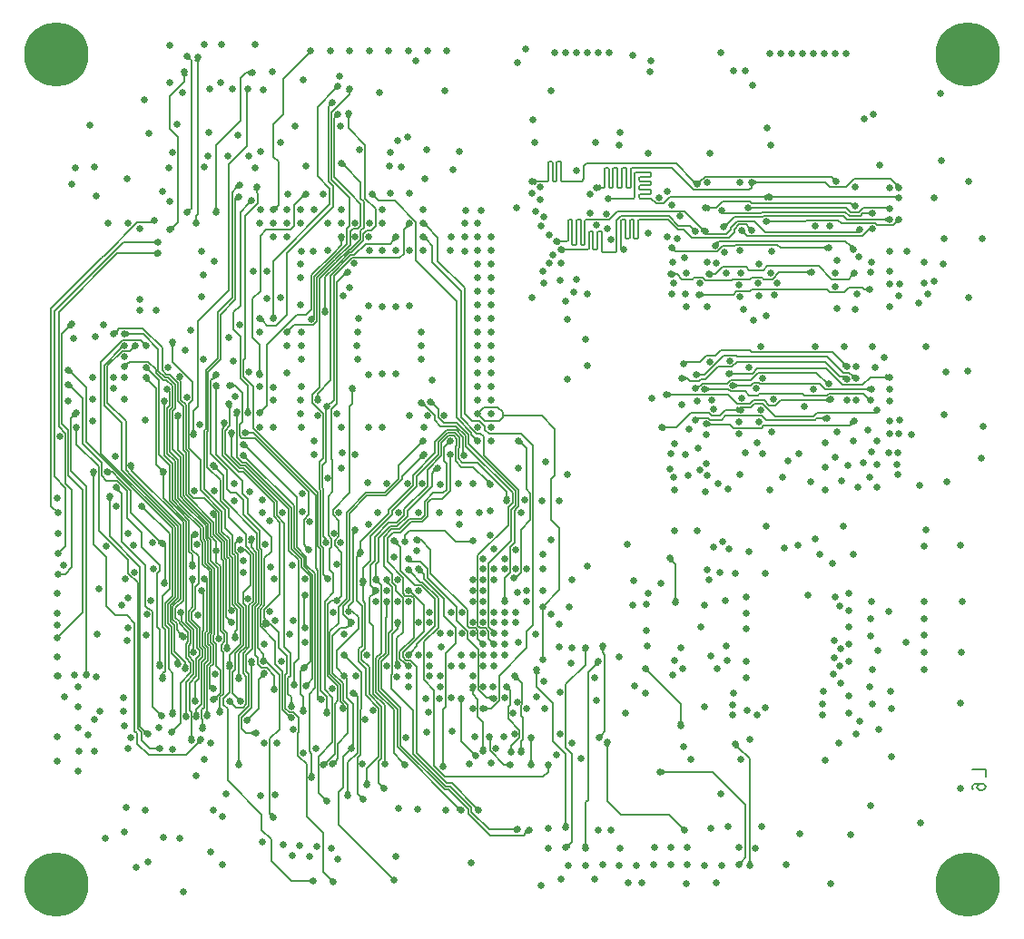
<source format=gbr>
G04 Gerber PCB Fabrication Data in Gerber  Example 2, created by Karel Tavernier, Filip Vermeire and Thomas Weyn*
G04 Ucamco copyright*
%TF.GenerationSoftware,Ucamco,UcamX,1.1.0-1400509*%
%TF.CreationDate,2014-07-14T00:00:00+01:00*%
%FSLAX25Y25*%
%MOMM*%
%TF.FileFunction,Copper,L6,Inr,Signal*%
%TF.FilePolarity,Positive*%
%TF.Part,Single*%
%TF.SameCoordinates*%
%TA.AperFunction,Conductor*%
%ADD10C,0.15000*%
%TA.AperFunction,NonConductor*%
%ADD11C,0.20000*%
%TA.AperFunction,ViaPad*%
%ADD12C,0.65000*%
%TA.AperFunction,WasherPad*%
%ADD13C,6.00000*%
G01*
%LPD*%
D10*
X509700Y2802900D02*
Y2804700D01*
X744700Y3039700D01*
Y4182900D01*
X610200Y4317400D01*
Y4737390D01*
X550000Y4797600D01*
Y5641250D01*
X610250Y5701500D01*
X1410810Y6387900D02*
X1067900D01*
X519700Y5839700D01*
Y4770690D01*
X584700Y4705690D01*
Y4242900D01*
X644700Y4182900D01*
Y3462900D01*
X577950Y3396150D01*
X510200D01*
X1410810Y6492900D02*
X1122900D01*
X477200Y5847200D01*
Y4307970D01*
X584700Y4200470D01*
Y3661150D01*
X510200Y3586650D01*
X1414700Y6697900D02*
X1395850Y6679050D01*
X1254050D01*
X953610Y6378610D01*
Y6377900D01*
X924340Y6348630D01*
Y6348620D01*
X449690Y5873970D01*
Y5853270D01*
X449700Y5853260D01*
Y4028150D01*
X510200Y3967650D01*
X637200Y5140400D02*
X609700D01*
X637200Y5140400D02*
X609700Y5167900D01*
X637200Y5275400D02*
X609700D01*
X637200Y5275400D02*
X609700Y5302900D01*
X610250Y5701500D02*
Y5729000D01*
X610250Y5701500D02*
X637750D01*
X610250Y5701500D02*
X637750Y5729000D01*
X652200Y4870400D02*
X635200Y4853400D01*
Y4362490D01*
X779700Y4217850D01*
Y2491790D01*
X799150Y2472350D01*
X779700Y2491790D02*
X760250Y2472350D01*
X779700Y2491790D02*
Y2452900D01*
X844700Y4309010D02*
Y3677900D01*
X964700Y3557900D01*
Y3097910D01*
X1049700Y3012900D01*
X1154700D01*
X1229700Y2937900D01*
Y1932900D01*
X1249700Y1912900D01*
Y1815400D01*
X1357200Y1707900D01*
X1704700D01*
X1817610Y1820810D01*
X684700Y4729010D02*
Y4608260D01*
X894200Y4398760D01*
Y3802650D01*
X1017200Y3679650D01*
X1017950D01*
X1169700Y3527900D01*
Y3404920D01*
X1255200Y3319420D01*
Y1952400D01*
X1289700Y1917900D01*
Y1847900D01*
X1369700Y1767900D01*
X1425810D01*
X844700Y4309010D02*
X825250Y4328450D01*
X844700Y4309010D02*
X864150Y4328450D01*
X844700Y4347900D02*
Y4309010D01*
X637200Y5140400D02*
X739700Y5037900D01*
Y4612900D01*
X920200Y4432400D01*
Y4314800D01*
X965000Y4270000D01*
X1062600D01*
X1075200Y4257400D01*
X1075210D01*
X1155000Y4177610D01*
Y3917600D01*
X1289700Y3782900D01*
Y3652900D01*
X1459700Y3482900D01*
Y3425110D01*
X1434700Y3400110D01*
Y2900300D01*
X1459700Y2875300D01*
Y2581790D01*
X637200Y5275400D02*
X774700Y5137900D01*
Y4628640D01*
X1579200Y3824140D01*
Y3194650D01*
X1510200Y3125650D01*
Y2924800D01*
X1544690Y2890310D01*
Y2515310D01*
X1584700Y2475300D01*
Y2131790D01*
X684700Y4729010D02*
X665250Y4748450D01*
X684700Y4729010D02*
X704150Y4748450D01*
X684700Y4767900D02*
Y4729010D01*
X652200Y4870400D02*
Y4897900D01*
X652200Y4870400D02*
X679700D01*
X679700Y4897900D02*
X652200Y4870400D01*
X637200Y5140400D02*
Y5167900D01*
X637200Y5275400D02*
Y5302900D01*
X1322200Y1930400D02*
X1280200Y1972400D01*
Y3462400D01*
X992930Y3749670D01*
Y4084010D01*
X1452200Y2100400D02*
X1394700Y2157900D01*
Y2978650D01*
X1394710Y2978660D01*
Y3022160D01*
X1394700Y3022170D01*
Y3032900D01*
X1394690Y3032910D01*
Y3044650D01*
X1363940Y3075400D01*
X1352200D01*
X1325200Y3102400D01*
Y3482400D01*
X1109200Y3698400D01*
Y4148400D01*
X1082200Y4175400D01*
X992930Y4084010D02*
X973480Y4103450D01*
X992930Y4084010D02*
X1012380Y4103450D01*
X992930Y4084010D02*
Y4122900D01*
X1082200Y4175400D02*
X1054700Y4180400D01*
X1082200Y4175400D02*
Y4207900D01*
X1082200Y4175400D02*
X1054700Y4202900D01*
Y4207900D01*
X1008590Y4347900D02*
X1020080D01*
X1100210Y4267770D01*
Y4267760D01*
X1194700Y4173270D01*
Y3972900D01*
X1457200Y3710400D01*
X1652200Y2842800D02*
X1619690Y2875310D01*
Y2935310D01*
X1585200Y2969800D01*
Y3094570D01*
X1654200Y3163570D01*
Y3855230D01*
X1187730Y4321700D01*
X1145200Y4364240D01*
Y4822400D01*
X974700Y4992900D01*
Y5337910D01*
X1114690Y5477900D01*
X1184700D01*
X1207200Y5500400D01*
X1703130Y2553970D02*
Y2569480D01*
X1594690Y2677920D01*
Y2920310D01*
X1560200Y2954800D01*
Y3104930D01*
X1629200Y3173930D01*
Y3844860D01*
X1108100Y4365960D01*
Y4804500D01*
X944700Y4967900D01*
Y5343270D01*
X1101830Y5500400D01*
X1629700Y2596790D02*
Y2600480D01*
X1569690Y2660490D01*
Y2905310D01*
X1535200Y2939800D01*
Y3115290D01*
X1604200Y3184290D01*
Y3834500D01*
X914700Y4524000D01*
Y5377910D01*
X1114190Y5577400D01*
X1285200D01*
X1307200Y5555400D01*
X1008590Y4347900D02*
X989150Y4328450D01*
X1008590Y4347900D02*
X989150Y4367350D01*
X969700Y4347900D02*
X1008590D01*
X1159930Y5357670D02*
Y5330170D01*
X1159930Y5357670D02*
X1132430Y5330170D01*
X1101830Y5500400D02*
X1107200Y5527900D01*
X1101830Y5500400D02*
X1129330Y5527900D01*
X1134700D01*
X1159930Y5357670D02*
X1132430D01*
X1159930Y5357670D02*
X1179660Y5377400D01*
X1355210D01*
X1424700Y5307910D01*
Y5277900D01*
X1494700Y5207900D01*
X1524700D01*
X1580790Y5151810D01*
Y4955790D01*
X1555200Y4930200D01*
Y4539800D01*
X1629700Y4465300D01*
Y4170820D01*
X1629690Y4170810D01*
Y4108670D01*
X1688240Y4050120D01*
X1688250D01*
X1890210Y3848160D01*
Y3733120D01*
X1914690Y3708640D01*
Y3508050D01*
X1974200Y3448540D01*
Y2832400D01*
X1960000Y2818200D01*
Y2767600D01*
X1985000Y2742600D01*
Y2539530D01*
X2026630Y2497900D01*
Y2289830D01*
X1992200Y2255400D01*
X1062200Y5665400D02*
Y5637900D01*
X1062200Y5665400D02*
X1034700D01*
X1062200Y5665400D02*
X1034700Y5637900D01*
X2089200Y2742290D02*
Y2848410D01*
X2055200Y2882410D01*
Y3522010D01*
X2039690Y3537520D01*
Y3689720D01*
X1965210Y3764200D01*
Y3879240D01*
X1704700Y4139750D01*
Y4525300D01*
X1679200Y4550800D01*
Y4965250D01*
X1630810Y5013640D01*
Y5181790D01*
X1554700Y5257900D01*
X1524700D01*
X1484200Y5298400D01*
Y5508400D01*
X1305200Y5687400D01*
X1084200D01*
X1062200Y5665400D01*
X1173590Y5637900D02*
X1154150Y5618450D01*
X1173590Y5637900D02*
X1154150Y5657350D01*
X1134700Y5637900D02*
X1173590D01*
X1425810Y1767900D02*
X1464700D01*
X1425810Y1767900D02*
X1445250Y1748450D01*
X1425810Y1767900D02*
X1445250Y1787350D01*
X1322200Y1930400D02*
X1349700D01*
X1322200Y1930400D02*
Y1902900D01*
X1349700Y1902900D02*
X1322200Y1930400D01*
X1322200Y4005400D02*
X1294700D01*
X1322200Y4005400D02*
Y4032900D01*
X1322200Y4005400D02*
X1294700Y4032900D01*
X1322200Y4005400D02*
X1554200Y3773400D01*
Y3259230D01*
X1485200Y3190230D01*
Y2904800D01*
X1509200Y2880800D01*
Y2487400D01*
X1489700Y2467900D01*
Y2461790D01*
X1199700Y4369010D02*
Y4361860D01*
X1679200Y3882360D01*
Y3153210D01*
X1610200Y3084210D01*
Y2984800D01*
X1644700Y2950300D01*
Y2935300D01*
X1729200Y2850800D01*
Y2764840D01*
X1705200Y2740840D01*
Y2632040D01*
X1705190Y2632030D01*
Y2614810D01*
X1752630Y2567370D01*
Y2477630D01*
X1655200Y2380200D01*
Y2003400D01*
X1602200Y1950400D01*
X1362200Y5200400D02*
X1429690Y5132900D01*
Y4417910D01*
X1467200Y4380400D01*
X1199700Y4369010D02*
X1175250Y4393450D01*
X1199700Y4369010D02*
X1214150Y4393450D01*
X1199700Y4369010D02*
Y4407900D01*
X1194700Y4412900D01*
X1362200Y5300400D02*
X1334700D01*
X1362200Y5300400D02*
Y5327900D01*
X1362200Y5300400D02*
X1334700Y5327900D01*
X1764700Y3511790D02*
Y3580300D01*
X1734700Y3610300D01*
Y3897590D01*
X1657180Y3975110D01*
X1657170D01*
X1554690Y4077590D01*
Y4201890D01*
X1554700Y4201900D01*
Y4204290D01*
X1554690Y4204300D01*
Y4307880D01*
X1554700Y4307890D01*
Y4407920D01*
X1554690Y4407930D01*
Y4410310D01*
X1454690Y4510310D01*
Y5207910D01*
X1362200Y5300400D01*
X1362200Y5200400D02*
X1334700D01*
X1362200Y5200400D02*
Y5227900D01*
X1334700Y5227900D02*
X1362200Y5200400D01*
X1173590Y5637900D02*
X1309700D01*
X1449700Y5497900D01*
Y5292900D01*
X1509700Y5232900D01*
X1540770D01*
X1605800Y5167870D01*
Y5134630D01*
X1605790Y5134620D01*
Y4940790D01*
X1580200Y4915200D01*
Y4559800D01*
X1654700Y4485300D01*
Y4160460D01*
X1654690Y4160450D01*
Y4119030D01*
X1698600Y4075120D01*
X1698610D01*
X1915210Y3858520D01*
Y3743480D01*
X1939690Y3719000D01*
Y3518410D01*
X2005200Y3452900D01*
Y2802400D01*
X2014700Y2792900D01*
X1207200Y5500400D02*
X1234700Y5527900D01*
X1207200Y5500400D02*
X1234700D01*
X1207200Y5500400D02*
Y5527900D01*
X1307200Y5555400D02*
X1334700D01*
X1307200Y5555400D02*
Y5527900D01*
X1307200Y5555400D02*
X1334700Y5527900D01*
X1410810Y6387900D02*
X1430250Y6407350D01*
X1410810Y6387900D02*
X1430250Y6368450D01*
X1449700Y6387900D02*
X1410810D01*
X1410810Y6492900D02*
X1430250Y6512350D01*
X1410810Y6492900D02*
X1430250Y6473450D01*
X1449700Y6492900D02*
X1410810D01*
X1452200Y2100400D02*
X1479700D01*
X1452200Y2100400D02*
Y2072900D01*
X1479700Y2072900D02*
X1452200Y2100400D01*
X1704700Y2101790D02*
X1685250Y2082350D01*
X1584700Y2131790D02*
X1604150Y2112350D01*
X1584700Y2131790D02*
X1565250Y2112350D01*
X1584700Y2131790D02*
Y2092900D01*
X1602200Y1950400D02*
Y1922900D01*
X1602200Y1950400D02*
X1574700D01*
X1602200Y1950400D02*
X1574700Y1922900D01*
X1489700Y2461790D02*
X1509150Y2442350D01*
X1489700Y2461790D02*
X1470250Y2442350D01*
X1489700Y2461790D02*
Y2422900D01*
X1703130Y2553970D02*
X1683680Y2534530D01*
X1629700Y2596790D02*
X1649150Y2577350D01*
X1629700Y2596790D02*
X1610250Y2577350D01*
X1629700Y2596790D02*
Y2557900D01*
X1459700Y2581790D02*
X1479150Y2562350D01*
X1459700Y2581790D02*
X1440250Y2562350D01*
X1459700Y2581790D02*
Y2542900D01*
X1659700Y3037900D02*
X1669700Y3027900D01*
Y2950300D01*
X1754200Y2865800D01*
Y2747400D01*
X1730200Y2723400D01*
Y2629800D01*
X1777630Y2582370D01*
Y2462630D01*
X1704700Y2389700D01*
Y2101790D01*
X1652200Y2842800D02*
X1679700Y2840400D01*
X1652200Y2842800D02*
Y2812900D01*
X1679700Y2812900D02*
Y2815300D01*
X1652200Y2842800D01*
X1509700Y3351790D02*
X1524150Y3327350D01*
X1509700Y3351790D02*
X1485250Y3327350D01*
X1509700Y3351790D02*
Y3657900D01*
X1504700Y3307900D02*
X1509700Y3312900D01*
Y3351790D01*
X1509700Y3657900D02*
X1487200D01*
X1509700Y3657900D02*
X1509690Y3680400D01*
X1509700Y3657900D02*
X1484700Y3682900D01*
X1457200Y3710400D02*
X1484700D01*
X1457200Y3710400D02*
Y3682900D01*
X1457200Y3710400D02*
X1484700Y3682900D01*
X1779700Y2704290D02*
Y2878630D01*
X1709700Y2948630D01*
Y3887220D01*
X1494700Y4102220D01*
Y4314010D01*
X1504700Y4974010D02*
Y4505300D01*
X1579700Y4430300D01*
Y4191540D01*
X1579690Y4191530D01*
Y4087950D01*
X1667530Y4000110D01*
X1667540D01*
X1840200Y3827450D01*
Y3712410D01*
X1864690Y3687920D01*
Y3487320D01*
X1924200Y3427810D01*
Y2853130D01*
X1910000Y2838930D01*
Y2746880D01*
X1935000Y2721880D01*
Y2575000D01*
X1902630Y2542630D01*
Y2113860D01*
X1531290Y5124470D02*
X1554200Y5101560D01*
Y4969200D01*
X1530200Y4945200D01*
Y4524800D01*
X1604700Y4450300D01*
Y4181180D01*
X1604690Y4181170D01*
Y4098310D01*
X1677880Y4025120D01*
X1677890D01*
X1865210Y3837800D01*
Y3722760D01*
X1889690Y3698280D01*
Y3497690D01*
X1949200Y3438180D01*
Y2842760D01*
X1935000Y2828560D01*
Y2757240D01*
X1960000Y2732240D01*
Y2560000D01*
X1927630Y2527630D01*
Y2359970D01*
X1932200Y2355400D01*
X1629700Y4839010D02*
Y4643260D01*
X1629690Y4643250D01*
Y4555310D01*
X1679700Y4505300D01*
Y4150100D01*
X1679690Y4150090D01*
Y4129390D01*
X1708960Y4100120D01*
X1708970D01*
X1940210Y3868880D01*
Y3753840D01*
X1964700Y3729350D01*
Y3727900D01*
X1989700Y3702900D01*
Y3622900D01*
X1994700Y3617900D01*
X1467200Y4380400D02*
X1494700D01*
X1467200Y4380400D02*
Y4352900D01*
X1467200Y4380400D02*
X1494700Y4352900D01*
X1494700Y4314010D02*
X1475250Y4333450D01*
X1494700Y4314010D02*
X1514150Y4333450D01*
X1494700Y4314010D02*
Y4352900D01*
X1644700Y5204010D02*
Y5203680D01*
X1658370Y5190000D01*
Y5024350D01*
X1704200Y4978520D01*
Y4565800D01*
X1705200Y4564800D01*
Y4564440D01*
X1729700Y4539940D01*
Y4150110D01*
X1771910Y4107900D01*
X1879320D01*
X2015210Y3972010D01*
Y3784920D01*
X2089700Y3710430D01*
Y3558240D01*
X2112700Y3535240D01*
Y3093090D01*
X1504700Y4974010D02*
Y5012900D01*
X1504700Y4974010D02*
X1524150Y4993450D01*
X1504700Y4974010D02*
X1485250Y4993450D01*
X1629700Y4839010D02*
X1610250Y4858450D01*
X1629700Y4839010D02*
X1649150Y4858450D01*
X1629700Y4877900D02*
Y4839010D01*
X1584700Y5524010D02*
Y5372910D01*
X1768370Y5189240D01*
Y5024350D01*
X1730200Y4986180D01*
Y4574800D01*
X1839700Y4465300D01*
Y4182880D01*
X2040210Y3982370D01*
Y3795280D01*
X2114700Y3720790D01*
Y3568610D01*
X2137700Y3545610D01*
Y3114910D01*
X2184200Y3068410D01*
Y2879000D01*
X2163740Y2858540D01*
Y2842890D01*
X1644700Y5204010D02*
X1625250Y5223450D01*
X1644700Y5204010D02*
X1664150Y5223450D01*
X1644700Y5242900D02*
Y5204010D01*
X1584700Y5524010D02*
X1565250Y5543450D01*
X1584700Y5524010D02*
X1604150Y5543450D01*
X1584700Y5562900D02*
Y5524010D01*
X1694700Y8044010D02*
Y7994700D01*
X1559700Y7859700D01*
Y7547900D01*
X1629200Y7478400D01*
Y6677400D01*
X1590450Y6638650D01*
X1585450Y6611150D01*
X1590450Y6638650D02*
X1557950D01*
X1590450Y6638650D02*
X1562950Y6611150D01*
X1557950D01*
X1694700Y8044010D02*
X1675250Y8063450D01*
X1694700Y8044010D02*
X1714150Y8063450D01*
X1694700Y8082900D02*
Y8044010D01*
X1817610Y1820810D02*
X1848350Y1851550D01*
X1845110D01*
X1817610Y1820810D02*
X1845110Y1824050D01*
X1817610Y1820810D02*
Y1851550D01*
X1754700Y1886790D02*
X1774150Y1867350D01*
X1754700Y1886790D02*
X1735250Y1867350D01*
X1754700Y1886790D02*
Y1847900D01*
X1704700Y2101790D02*
X1724150Y2082350D01*
X1704700Y2101790D02*
Y2062900D01*
X1902630Y2113860D02*
X1924150Y2092350D01*
X1902630Y2113860D02*
X1885250Y2092350D01*
X1902630Y2113860D02*
Y2074970D01*
X1904700Y2072900D01*
X1769700Y3314010D02*
Y3086050D01*
X1734700Y3051050D01*
Y2963690D01*
X1810000Y2888390D01*
Y2705430D01*
X1835000Y2680430D01*
Y2640000D01*
X1802630Y2607630D01*
Y2442630D01*
X1740200Y2380200D01*
Y2122900D01*
X1754700Y2108400D01*
Y1886790D01*
X1804700Y2106790D02*
X1824150Y2087350D01*
X1804700Y2106790D02*
X1785250Y2087350D01*
X1804700Y2106790D02*
Y2067900D01*
X1849700Y3242900D02*
X1869700Y3222900D01*
Y2869360D01*
X1860000Y2859660D01*
Y2726160D01*
X1885000Y2701160D01*
Y2610000D01*
X1852630Y2577630D01*
Y2182630D01*
X1804700Y2134700D01*
Y2106790D01*
X1864700Y1996790D02*
X1884150Y1977350D01*
X1864700Y1996790D02*
X1845250Y1977350D01*
X1864700Y1996790D02*
Y1957900D01*
X1864700Y1996790D02*
Y2042890D01*
X1855200Y2052390D01*
Y2130200D01*
X1877630Y2152630D01*
Y2557630D01*
X1910000Y2590000D01*
Y2711520D01*
X1885000Y2736520D01*
Y2849300D01*
X1899200Y2863500D01*
Y3325900D01*
X1932200Y2355400D02*
X1959700D01*
X1932200Y2355400D02*
Y2327900D01*
X1932200Y2355400D02*
X1959700Y2327900D01*
X1789700Y2246790D02*
X1809150Y2227350D01*
X1789700Y2246790D02*
X1770250Y2227350D01*
X1789700Y2246790D02*
Y2207900D01*
X1762200Y3740400D02*
X1760200Y3738400D01*
Y3627400D01*
X1825000Y3562600D01*
Y3310000D01*
X1795000Y3280000D01*
Y3075990D01*
X1759700Y3040690D01*
Y2974050D01*
X1835000Y2898750D01*
Y2715790D01*
X1860000Y2690790D01*
Y2625000D01*
X1827630Y2592630D01*
Y2422630D01*
X1789700Y2384700D01*
Y2246790D01*
X1992200Y2255400D02*
X1964700D01*
X1992200Y2255400D02*
X1964700Y2227900D01*
X1703130Y2553970D02*
X1722580Y2534530D01*
X1703130Y2553970D02*
Y2515080D01*
X1779700Y2704290D02*
Y2665400D01*
X1779700Y2704290D02*
X1760250Y2684850D01*
X1764700Y3511790D02*
Y3472900D01*
X1769700Y3314010D02*
Y3352900D01*
X1769700Y3314010D02*
X1789150Y3333450D01*
X1769700Y3314010D02*
X1750250Y3333450D01*
X1899200Y3325900D02*
X1877700D01*
X1899200Y3325900D02*
X1899190Y3347400D01*
X1899200Y3325900D02*
X1874700Y3350400D01*
X1764700Y3511790D02*
X1784150Y3492350D01*
X1764700Y3511790D02*
X1745250Y3492350D01*
X1762200Y3740400D02*
X1789700Y3767900D01*
X1985850Y3931360D02*
X1958350D01*
X1985850Y3931360D02*
X1958350Y3958860D01*
X1762200Y3740400D02*
Y3767900D01*
X1762200Y3740400D02*
X1789700D01*
X2176710Y7001780D02*
X2137200Y6962270D01*
Y5979300D01*
X2002200Y5844300D01*
Y5409300D01*
X1890200Y5297300D01*
Y4749730D01*
X1879700Y4739230D01*
Y4187900D01*
X2069700Y3997900D01*
Y3827900D01*
X2140200Y3757400D01*
Y3592030D01*
X2162700Y3569530D01*
Y3125270D01*
X2213240Y3074730D01*
Y2741440D01*
X2110800Y2639000D01*
Y2580690D01*
X2429700Y2616790D02*
Y2649400D01*
X2374100Y2705000D01*
Y3076210D01*
X2411700Y3113810D01*
Y3625000D01*
X2395200Y3641500D01*
Y3799800D01*
X2240000Y3955000D01*
Y4090000D01*
X2173800Y4156200D01*
X2120000D01*
X2089700Y4186500D01*
Y4367900D01*
X1940200Y4517400D01*
Y5205200D01*
X1962200Y5227200D01*
X2142700Y2180400D02*
X2170200Y2152900D01*
X2237900D01*
X2269200Y2184200D01*
Y2440800D01*
X2240000Y2470000D01*
Y2662110D01*
X2294710Y2716820D01*
Y3102900D01*
X2336700Y3144890D01*
Y3583300D01*
X2264700Y3655300D01*
Y3777900D01*
X2259700D01*
X2109000Y3928600D01*
Y4005640D01*
X2030000Y4084640D01*
Y4272590D01*
X1904700Y4397890D01*
Y4725330D01*
X1915200Y4735830D01*
Y5283400D01*
X2029700Y5397900D01*
Y5819700D01*
X2168200Y5958200D01*
Y6890400D01*
X1992200Y4380400D02*
X1964700D01*
X1992200Y4380400D02*
X1964700Y4407900D01*
X1779700Y4736790D02*
X1799150Y4717350D01*
X1779700Y4736790D02*
X1760250Y4717350D01*
X1779700Y4736790D02*
Y4697900D01*
X2284700Y7927900D02*
X2274700Y7917900D01*
Y7387900D01*
X2109700Y7222900D01*
Y6042900D01*
X1820200Y5753400D01*
Y4960130D01*
X1779700Y4919630D01*
Y4736790D01*
X1962200Y5227200D02*
Y5257900D01*
X1962200Y5227200D02*
X1989700Y5230400D01*
X1962200Y5227200D02*
X1989700Y5254700D01*
Y5257900D01*
X1799700Y6670200D02*
Y6709090D01*
X1744200Y6798400D02*
Y6770900D01*
X1744200Y6798400D02*
X1716700D01*
X1744200Y6798400D02*
X1754700Y6808900D01*
Y8192900D01*
X1742200Y8205400D01*
X1716700Y6770900D02*
X1744200Y6798400D01*
X1799700Y6709090D02*
X1819150Y6689650D01*
X1799700Y6709090D02*
X1780250Y6689650D01*
X1799700Y6709090D02*
Y6740000D01*
X1814700Y6755000D01*
Y8179010D01*
X1742200Y8205400D02*
X1714700D01*
X1742200Y8205400D02*
Y8232900D01*
X1742200Y8205400D02*
X1714700Y8232900D01*
X1814700Y8179010D02*
Y8217900D01*
X1814700Y8179010D02*
X1834150Y8198450D01*
X1814700Y8179010D02*
X1795250Y8198450D01*
X2504700Y852900D02*
Y919410D01*
X2414700Y1009410D01*
Y1152900D01*
X2094700Y1472900D01*
Y2137900D01*
X2054700Y2177900D01*
Y2237900D01*
X2110800Y2294000D01*
Y2502910D01*
X2200200Y1657290D02*
X2219650Y1637850D01*
X2200200Y1657290D02*
X2180750Y1637850D01*
X2200200Y1657290D02*
Y2070200D01*
X2294200Y2164200D01*
Y2460800D01*
X2265000Y2490000D01*
Y2645000D01*
X2324100Y2704100D01*
Y3096930D01*
X2361700Y3134530D01*
Y3598300D01*
X2314700Y3645300D01*
Y3684010D01*
X2200200Y1618400D02*
Y1657290D01*
X2024700Y2146790D02*
X2044150Y2127350D01*
X2024700Y2146790D02*
X2005250Y2127350D01*
X2024700Y2146790D02*
Y2107900D01*
X2319930Y2539510D02*
Y2149930D01*
X2225200Y2055200D01*
Y1957700D01*
X2270000Y1912900D01*
X2320810D01*
X2142700Y2180400D02*
X2114700D01*
X2142700Y2180400D02*
X2142200Y2207900D01*
X2142700Y2180400D02*
X2115200Y2207900D01*
X2114700D01*
X2192200Y2235400D02*
X2219700D01*
X2192200Y2235400D02*
Y2207900D01*
X2192200Y2235400D02*
X2140000Y2287600D01*
Y2480000D01*
X2165000Y2505000D01*
Y2657840D01*
X2238240Y2731080D01*
Y3085090D01*
X2187700Y3135630D01*
Y3579890D01*
X2165200Y3602390D01*
Y3682900D01*
X2200200Y3717900D01*
X2209700D01*
X2219700Y2207900D02*
X2192200Y2235400D01*
X1994700Y3617900D02*
X1989700Y3612900D01*
Y3507900D01*
X2030200Y3467400D01*
Y2872040D01*
X2064200Y2838040D01*
Y2764200D01*
X2035000Y2735000D01*
Y2679460D01*
X2051630Y2662830D01*
Y2279470D01*
X2024700Y2252540D01*
Y2146790D01*
X1992200Y2255400D02*
Y2227900D01*
X2110800Y2580690D02*
X2130250Y2561250D01*
X2110800Y2580690D02*
X2091350Y2561250D01*
X2110800Y2580690D02*
Y2541800D01*
X2110800Y2502910D02*
X2091350Y2522350D01*
X2110800Y2502910D02*
X2130250Y2522350D01*
X2110800Y2502910D02*
Y2541800D01*
X2199700Y2422900D02*
Y2461790D01*
Y2657170D01*
X2263240Y2720710D01*
Y3097360D01*
X2237700Y3122900D01*
Y3221270D01*
X2309700Y3293270D01*
Y3570300D01*
X2257100Y3622900D01*
X2253590D01*
X2199700Y2461790D02*
X2180250Y2442350D01*
X2199700Y2461790D02*
X2219150Y2442350D01*
X2163740Y2842890D02*
X2183190Y2823450D01*
X2163740Y2842890D02*
X2144290Y2823450D01*
X2163740Y2842890D02*
Y2804000D01*
X2089200Y2742290D02*
X2109150Y2722350D01*
X2089200Y2742290D02*
X2070250Y2722350D01*
X2089700Y2702900D02*
X2089200Y2703400D01*
Y2742290D01*
X2107200Y2970400D02*
X2134700D01*
X2107200Y2970400D02*
Y2942900D01*
X2107200Y2970400D02*
X2080200Y2997400D01*
Y3532370D01*
X2064700Y3547870D01*
Y3700070D01*
X1990210Y3774560D01*
Y3927000D01*
X1985850Y3931360D01*
X2134700Y2942900D02*
X2107200Y2970400D01*
X2112700Y3093090D02*
X2128810Y3079510D01*
X2112700Y3093090D02*
X2112710Y3063400D01*
X2112700Y3093090D02*
X2129700Y3076090D01*
Y3052900D01*
X1994700Y3617900D02*
X1989700D01*
X2253590Y3622900D02*
X2214700D01*
X2253590Y3622900D02*
X2234150Y3642350D01*
X2253590Y3622900D02*
X2234150Y3603450D01*
X1985850Y3931360D02*
Y3958860D01*
X2529700Y2356790D02*
Y2447910D01*
X2457610Y2520000D01*
X2410000D01*
X2375000Y2555000D01*
Y2614100D01*
X2349100Y2640000D01*
Y3086570D01*
X2386700Y3124170D01*
Y3613500D01*
X2370200Y3630000D01*
Y3779800D01*
X2055000Y4095000D01*
Y4282950D01*
X2054700Y4283250D01*
Y4317900D01*
X1992200Y4380400D01*
X2064700Y4774010D02*
Y4772250D01*
X2045000Y4752550D01*
Y4547230D01*
X2044990Y4547220D01*
Y4505010D01*
X2200000Y4350000D01*
X2240000D01*
X2525700Y4064300D01*
Y3934500D01*
X2579200Y3881000D01*
Y3207410D01*
X2440200Y3068410D01*
Y2992400D01*
X2448600Y2984000D01*
Y2970690D01*
X2179700Y4869010D02*
Y4818300D01*
X2183000Y4815000D01*
Y4487000D01*
X2235000Y4435000D01*
X2270000D01*
X2688400Y4016600D01*
Y3630460D01*
X2779700Y3539160D01*
Y3462900D01*
X2864200Y3378400D01*
Y2579200D01*
X2837200Y2552200D01*
X2131390Y4675010D02*
Y4498610D01*
X2220000Y4410000D01*
X2255000D01*
X2663400Y4001600D01*
Y3618120D01*
X2754200Y3527320D01*
Y2604200D01*
X2714700Y2564700D01*
Y2396790D01*
X1992200Y4380400D02*
Y4407900D01*
X2689700Y2196790D02*
Y2250000D01*
X2660000Y2279700D01*
Y2430000D01*
X2680000Y2450000D01*
Y2660000D01*
X2625200Y2714800D01*
Y3870360D01*
X2550700Y3944860D01*
Y4074660D01*
X2240360Y4385000D01*
X2205000D01*
X2070000Y4520000D01*
Y4735000D01*
X2114200Y4779200D01*
Y4944510D01*
X1989700Y5119010D02*
Y4515300D01*
X2235000Y4270000D01*
Y4145000D01*
X2280000Y4100000D01*
Y3965000D01*
X2500000Y3745000D01*
Y3610000D01*
X2436700Y3546700D01*
Y3103450D01*
X2399100Y3065850D01*
Y2911290D01*
X2541010Y2769380D01*
Y2555990D01*
X2605000Y2492000D01*
Y2137230D01*
X2658840Y2083390D01*
X2659210D01*
X2662200Y2080400D01*
X2064700Y4774010D02*
X2045250Y4793450D01*
X2064700Y4774010D02*
X2084150Y4793450D01*
X2064700Y4812900D02*
Y4774010D01*
X2131390Y4675010D02*
X2111940Y4694450D01*
X2131390Y4675010D02*
X2150840Y4694450D01*
X2131390Y4713900D02*
Y4675010D01*
X2825250Y3651500D02*
X2804700Y3672050D01*
Y3905690D01*
X2848400Y3949390D01*
Y4166600D01*
X2348800Y4666200D01*
X2228800D01*
X2208000Y4687000D01*
Y4793000D01*
X2229200Y4814200D01*
Y5090800D01*
X2162100Y5157900D01*
X2153590D01*
X2179700Y4869010D02*
X2160250Y4888450D01*
X2179700Y4869010D02*
X2199150Y4888450D01*
X2179700Y4907900D02*
Y4869010D01*
X2114200Y4944510D02*
X2090250Y4968450D01*
X2114200Y4944510D02*
X2129150Y4968450D01*
X2114200Y4944510D02*
Y4983400D01*
X2109700Y4987900D01*
X2292200Y6855400D02*
X2212200Y6775400D01*
Y5900400D01*
X2149700Y5837900D01*
Y5680300D01*
X2214200Y5615800D01*
Y5223400D01*
X2284700Y5152900D01*
Y4941790D01*
X1989700Y5119010D02*
X1970250Y5138450D01*
X1989700Y5119010D02*
X2009150Y5138450D01*
X1989700Y5157900D02*
Y5119010D01*
X2153590Y5157900D02*
X2134150Y5138450D01*
X2153590Y5157900D02*
X2134150Y5177350D01*
X2153590Y5157900D02*
X2114700D01*
X2168200Y6890400D02*
X2172200Y6917900D01*
X2168200Y6890400D02*
X2199700D01*
X2168200Y6890400D02*
X2195700Y6917900D01*
X2199700D01*
X1989700Y6811790D02*
X2009150Y6792350D01*
X1989700Y6811790D02*
X1970250Y6792350D01*
X1989700Y6811790D02*
Y7399700D01*
X2215000Y7625000D01*
Y8025000D01*
X2262900Y8072900D01*
X2285810D01*
X1989700Y6772900D02*
Y6811790D01*
X2176710Y7001780D02*
Y7029280D01*
X2176710Y7001780D02*
X2204210D01*
X2204210Y7029280D02*
X2176710Y7001780D01*
X2492200Y1155400D02*
X2519700D01*
X2492200Y1155400D02*
Y1127900D01*
X2492200Y1155400D02*
X2519700Y1127900D01*
X2429700Y2577900D02*
X2454700D01*
X2579200Y2453400D01*
Y1950190D01*
X2490200Y1861190D01*
Y1157400D01*
X2492200Y1155400D01*
X2412200Y2440400D02*
X2384700Y2412900D01*
Y2137900D01*
X2302200Y2055400D01*
X2274700Y2027900D01*
X2302200Y2055400D02*
X2274700D01*
X2302200Y2055400D02*
Y2027900D01*
X2320810Y1912900D02*
X2359700D01*
X2320810Y1912900D02*
X2340250Y1893450D01*
X2320810Y1912900D02*
X2340250Y1932350D01*
X2429700Y2616790D02*
X2449150Y2597350D01*
X2429700Y2616790D02*
X2410250Y2597350D01*
X2429700Y2616790D02*
Y2577900D01*
X2412200Y2440400D02*
Y2467900D01*
X2412200Y2440400D02*
X2439700D01*
X2439700Y2467900D02*
X2412200Y2440400D01*
X2319930Y2539510D02*
X2300480Y2558950D01*
X2319930Y2539510D02*
X2339380Y2558950D01*
X2319930Y2578400D02*
Y2539510D01*
X2448600Y2970690D02*
Y2931800D01*
X2487490Y2931800D02*
X2448600D01*
X2487490Y2931800D02*
X2468050Y2951250D01*
X2487490Y2931800D02*
X2468050Y2912350D01*
X2989700Y757390D02*
Y977910D01*
X2830200Y1137410D01*
Y1627390D01*
X2753200Y1704390D01*
Y1921390D01*
X2754200Y1922390D01*
Y2058410D01*
X2704210Y2108400D01*
X2669190D01*
X2635000Y2142590D01*
Y2455000D01*
X2651010Y2471010D01*
Y2631950D01*
X2574700Y2708260D01*
Y2852050D01*
X2494950Y2931800D01*
X2487490D01*
X2448600Y2970690D02*
X2429150Y2951250D01*
X2448600Y2970690D02*
X2468050Y2951250D01*
X2314700Y3684010D02*
X2295250Y3703450D01*
X2314700Y3684010D02*
X2334150Y3703450D01*
X2314700Y3684010D02*
Y3722900D01*
X2852200Y2382200D02*
X2889200Y2419200D01*
Y3388760D01*
X2804710Y3473250D01*
Y3549520D01*
X2713400Y3640830D01*
Y4034200D01*
X2267200Y4480400D01*
X2239700Y4507900D01*
X2267200Y4480400D02*
Y4507900D01*
X2267200Y4480400D02*
X2239700D01*
X2272200Y4580400D02*
X2738400Y4114200D01*
Y3651190D01*
X2829710Y3559880D01*
Y3483610D01*
X2914200Y3399120D01*
Y2334200D01*
X2860000Y2280000D01*
Y1739700D01*
X2879700Y1720000D01*
Y1536790D01*
X2364700Y6974010D02*
Y6955300D01*
X2375000Y6945000D01*
Y6855000D01*
X2259700Y6739700D01*
Y5409700D01*
X2239700Y5389700D01*
Y5237900D01*
X2334200Y5143400D01*
Y4758690D01*
X2939700Y4153190D01*
Y3657530D01*
X2964200Y3633030D01*
Y2310800D01*
X3019700Y2255300D01*
Y2141790D01*
X2939200Y2253400D02*
Y3425330D01*
X2914700Y3449830D01*
Y4135300D01*
X2873400Y4176600D01*
Y4176960D01*
X2334660Y4715700D01*
X2296390D01*
X2257500D01*
X2296390Y4715700D02*
X2276950Y4735150D01*
X2296390Y4715700D02*
X2276950Y4696250D01*
X2272200Y4580400D02*
X2244700D01*
X2272200Y4580400D02*
Y4607900D01*
X2244700Y4607900D02*
X2272200Y4580400D01*
X2284700Y4941790D02*
X2304150Y4922350D01*
X2284700Y4941790D02*
X2265250Y4922350D01*
X2284700Y4941790D02*
Y4902900D01*
X2394700Y4902900D02*
X2422200Y4930400D01*
X2459700Y4967900D01*
Y5532910D01*
X2629190Y5702400D01*
X2629200D01*
X2744700Y5817900D01*
X2829700D01*
X2879700Y5867900D01*
Y6185080D01*
X3077430Y6382810D01*
X3077440D01*
X3159700Y6465070D01*
Y6504310D01*
X2422200Y4930400D02*
X2394700D01*
X2422200Y4930400D02*
Y4902900D01*
X2389700Y5296790D02*
X2409150Y5277350D01*
X2389700Y5296790D02*
X2370250Y5277350D01*
X2389700Y5296790D02*
Y5257900D01*
X2795400Y6915400D02*
X2719700Y6839700D01*
Y6642900D01*
X2684700Y6607900D01*
X2452900D01*
X2400000Y6555000D01*
Y6040000D01*
X2325000Y5965000D01*
Y5604700D01*
X2389700Y5540000D01*
Y5296790D01*
X2426300Y5753700D02*
X2397700D01*
X2426300Y5753700D02*
X2425200Y5781200D01*
X2426300Y5753700D02*
X2398800Y5781200D01*
X2397700D01*
X2426300Y5753700D02*
X2465000Y5715000D01*
X2550000D01*
X2650000Y5815000D01*
Y6395000D01*
X3080000Y6825000D01*
Y7015000D01*
X3035200Y7059800D01*
Y7757800D01*
X3047500Y7770100D01*
X2292200Y6855400D02*
Y6882900D01*
X2292200Y6855400D02*
X2319700D01*
X2319700Y6882900D02*
X2292200Y6855400D01*
X2364700Y6974010D02*
X2345250Y6993450D01*
X2364700Y6974010D02*
X2384150Y6993450D01*
X2364700Y6974010D02*
Y7012900D01*
X2285810Y8072900D02*
X2305250Y8092350D01*
X2285810Y8072900D02*
X2305250Y8053450D01*
X2285810Y8072900D02*
X2324700D01*
X2662200Y2080400D02*
X2689700D01*
X2662200Y2080400D02*
Y2052900D01*
X2662200Y2080400D02*
X2689700Y2052900D01*
X2714700Y2396790D02*
X2734150Y2377350D01*
X2714700Y2396790D02*
X2695250Y2377350D01*
X2714700Y2396790D02*
Y2357900D01*
X2529700Y2356790D02*
X2549150Y2337350D01*
X2529700Y2356790D02*
X2510250Y2337350D01*
X2529700Y2356790D02*
Y2317900D01*
X2689700Y2196790D02*
X2709150Y2177350D01*
X2689700Y2196790D02*
X2670250Y2177350D01*
X2689700Y2157900D02*
Y2196790D01*
X2525000Y5820390D02*
X2544150Y5800650D01*
X2525000Y5820390D02*
X2505250Y5800650D01*
X2525000Y5820390D02*
Y6320000D01*
X3050000Y6845000D01*
Y6995000D01*
X2935200Y7109800D01*
Y7758100D01*
X3097500Y7920400D01*
X2524700Y5781200D02*
X2525000D01*
Y5820390D01*
X3097200Y7660400D02*
X3085200Y7648400D01*
Y7104800D01*
X3239710Y6950290D01*
Y6949560D01*
X3336200Y6853070D01*
Y6649690D01*
X3307210Y6620700D01*
X3266190D01*
X3237200Y6591710D01*
Y6471850D01*
X3098150Y6332800D01*
X3098140D01*
X2929700Y6164360D01*
Y5757190D01*
X2895410Y5722900D01*
X2719700D01*
X2677200Y5680400D01*
X2649700Y5652900D01*
X2677200Y5680400D02*
X2649700D01*
X2677200Y5680400D02*
Y5652900D01*
X2552200Y6824700D02*
Y6797200D01*
X2552200Y6824700D02*
X2524700D01*
X2552200Y6824700D02*
X2524700Y6797200D01*
X2869700Y8277900D02*
Y8274700D01*
X2614700Y8019700D01*
Y7687900D01*
X2524700Y7597900D01*
Y7292900D01*
X2569200Y7248400D01*
Y6841700D01*
X2552200Y6824700D01*
X2992200Y1305400D02*
X3019700D01*
X2992200Y1305400D02*
Y1277900D01*
X2992200Y1305400D02*
X3019700Y1277900D01*
X2992200Y1305400D02*
X2940200Y1357400D01*
Y1695610D01*
X3069200Y1824610D01*
Y2245800D01*
X2999690Y2315310D01*
Y2437560D01*
X2999680Y2437570D01*
Y2478990D01*
X2999690Y2479000D01*
Y3144690D01*
X3079200Y3224200D01*
Y3405800D01*
X3050000Y3435000D01*
Y3635800D01*
X3065000Y3650800D01*
Y3725000D01*
X3035200Y3754800D01*
Y4123400D01*
X3074200Y4162400D01*
Y4463400D01*
X3065200Y4472400D01*
Y4933390D01*
X3115000Y4983190D01*
Y6125000D01*
X3180400Y6190400D01*
X2879700Y1536790D02*
X2899150Y1517350D01*
X2879700Y1536790D02*
X2860250Y1517350D01*
X2879700Y1536790D02*
Y1497900D01*
X3114700Y3147900D02*
X3060000D01*
X3024690Y3112590D01*
Y2468640D01*
X3024680Y2468630D01*
Y2450320D01*
X3124200Y2350800D01*
Y2239200D01*
X3124130Y2239130D01*
Y2214130D01*
X3094200Y2184200D01*
Y1722400D01*
X3017200Y1645400D01*
Y1617900D01*
X3017200Y1645400D02*
X2989700D01*
X2989700Y1617900D02*
X3017200Y1645400D01*
X3019700Y2141790D02*
X3039150Y2122350D01*
X3019700Y2141790D02*
X3000250Y2122350D01*
X3019700Y2141790D02*
Y2102900D01*
X2799700Y2158290D02*
X2819150Y2138850D01*
X2799700Y2158290D02*
X2780250Y2138850D01*
X2799700Y2158290D02*
Y2119400D01*
X2782200Y2495400D02*
X2775200Y2488400D01*
Y2274500D01*
X2799700Y2250000D01*
Y2158290D01*
X2852200Y2382200D02*
Y2352900D01*
X2852200Y2382200D02*
X2824700Y2380400D01*
X2824700Y2352900D02*
Y2354700D01*
X2852200Y2382200D01*
X2939200Y2253400D02*
X2965020D01*
X2939200Y2253400D02*
X2939210Y2227580D01*
X2965860Y2226740D02*
X2939200Y2253400D01*
X2782200Y2495400D02*
Y2522900D01*
X2782200Y2495400D02*
X2809700D01*
X2837200Y2552200D02*
Y2522900D01*
X2837200Y2552200D02*
X2809700Y2550400D01*
X2837200Y2552200D02*
X2809700Y2524700D01*
Y2522900D01*
X2782200Y2495400D01*
X2814700Y2894900D02*
X2806700Y2902900D01*
Y3189900D01*
X2814700Y3197900D01*
X3002200Y3377900D02*
X3029700D01*
X3002200Y3377900D02*
Y3350400D01*
X3002200Y3377900D02*
X2989200Y3390900D01*
Y3643390D01*
X2964700Y3667890D01*
Y4177900D01*
X2950200Y4192400D01*
Y4448390D01*
X2984200Y4482390D01*
Y4893410D01*
X2885200Y4992410D01*
Y5073400D01*
X2954700Y5142900D01*
Y6154000D01*
X3108490Y6307790D01*
X3108500D01*
X3229920Y6429210D01*
X3242720D01*
X3336200Y6522690D01*
Y6601200D01*
X3365000Y6630000D01*
Y6875000D01*
X3336200Y6903800D01*
Y7056400D01*
X3187200Y7205400D01*
X3029700Y3350400D02*
X3002200Y3377900D01*
X3014700Y3722900D02*
X2999150Y3707350D01*
X3014700Y3722900D02*
Y3687900D01*
X3019700Y4957900D02*
X3002020Y4940220D01*
X3009200Y4933040D01*
Y4447400D01*
X2975200Y4413400D01*
Y4207400D01*
X2989700Y4192900D01*
Y3747900D01*
X3014700Y3722900D01*
X2825250Y3651500D02*
X2852750D01*
X2825250Y3651500D02*
Y3624000D01*
X2852750Y3624000D02*
X2825250Y3651500D01*
X2934700Y5061790D02*
X2954150Y5042350D01*
X2934700Y5061790D02*
X2915250Y5042350D01*
X2934700Y5061790D02*
Y5022900D01*
X3640200Y6510200D02*
X3610000Y6480000D01*
X3385000D01*
X3277400Y6372400D01*
X3264550D01*
X3264540Y6372410D01*
X3243840D01*
X3055000Y6183570D01*
Y5203200D01*
X2934700Y5082900D01*
Y5061790D01*
X3019700Y4957900D02*
X3085000Y5023200D01*
Y6178210D01*
X3254190Y6347400D01*
X3701000D01*
X3740000Y6386400D01*
Y6613200D01*
X3767200Y6640400D01*
X3004700Y5883590D02*
X3024150Y5864150D01*
X3004700Y5883590D02*
X2985250Y5864150D01*
X3004700Y5883590D02*
Y5844700D01*
X2904700Y5802200D02*
Y5779700D01*
X2904700Y5802200D02*
X2882200Y5802190D01*
X2904700Y5802200D02*
X2879700Y5777200D01*
X3229700Y7889010D02*
Y7869700D01*
X3060200Y7700200D01*
Y7079800D01*
X3234200Y6905800D01*
Y6642020D01*
X3209200Y6617020D01*
Y6479210D01*
X3087800Y6357810D01*
X3087790D01*
X2904700Y6174720D01*
Y5802200D01*
X3225000Y7654010D02*
Y7557600D01*
X3379700Y7402900D01*
Y6902700D01*
X3475000Y6807400D01*
Y6645000D01*
X3435000Y6605000D01*
X3395200D01*
X3361200Y6571000D01*
Y6509760D01*
X3248850Y6397410D01*
X3233480D01*
X3118860Y6282790D01*
X3118850D01*
X3104220Y6268160D01*
Y6268150D01*
X3004700Y6168630D01*
Y5883590D01*
X2795400Y6915400D02*
X2797200Y6942900D01*
X2795400Y6915400D02*
X2824700D01*
X2795400Y6915400D02*
X2822900Y6942900D01*
X2824700D01*
X3214700Y1371790D02*
Y1332900D01*
X3214700Y1371790D02*
X3234150Y1352350D01*
X3214700Y1371790D02*
X3195250Y1352350D01*
X3297200Y2260400D02*
X3304700Y2252900D01*
Y1729700D01*
X3214700Y1639700D01*
Y1371790D01*
X3102200Y1650400D02*
Y1622900D01*
X3102200Y1650400D02*
X3074700D01*
X3074700Y1622900D02*
X3102200Y1650400D01*
X3124700Y1672900D01*
Y1814700D01*
X3218950Y1908950D01*
Y2176050D01*
X3174200Y2220800D01*
Y2376160D01*
X3074690Y2475670D01*
Y2819690D01*
X3150000Y2895000D01*
X3201800D01*
X3222200Y2915400D01*
X3169450Y2178790D02*
Y2139900D01*
X3297200Y2260400D02*
X3269700D01*
X3297200Y2260400D02*
Y2287900D01*
X3297200Y2260400D02*
X3269700Y2287900D01*
X3169450Y2178790D02*
X3188900Y2159350D01*
X3169450Y2178790D02*
X3150000Y2159350D01*
X3892200Y4610400D02*
X3692200Y4410400D01*
Y4285390D01*
X3559710Y4152900D01*
X3383370D01*
X3204700Y3974230D01*
Y3167890D01*
X3130000Y3093190D01*
Y2940000D01*
X3049690Y2859690D01*
Y2465310D01*
X3149200Y2365800D01*
Y2205250D01*
X3169450Y2185000D01*
Y2178790D01*
X3332200Y1320400D02*
X3305200Y1347400D01*
Y1683040D01*
X3330200Y1708040D01*
Y2125200D01*
X3345000Y2140000D01*
Y2477600D01*
X3207200Y2615400D01*
X3179700D01*
X3207200Y2615400D02*
Y2642900D01*
X3207200Y2615400D02*
X3179700Y2642900D01*
X3222200Y2915400D02*
Y2942900D01*
X3222200Y2915400D02*
X3249700D01*
X3222200Y2915400D02*
X3249700Y2942900D01*
X3307200Y3561700D02*
X3300000Y3554500D01*
Y3145200D01*
X3349710Y3095490D01*
Y2730000D01*
X3320200Y2700490D01*
Y2579800D01*
X3385000Y2515000D01*
Y2265000D01*
X3505000Y2145000D01*
Y1690000D01*
X3394690Y1579690D01*
Y1468790D01*
X3259700Y5094010D02*
Y4982400D01*
X3235200Y4957900D01*
Y4153410D01*
X3076900Y3995110D01*
Y3954090D01*
X3134200Y3896790D01*
Y3750190D01*
X3094700Y3710690D01*
Y3665110D01*
X3159200Y3600610D01*
Y3510810D01*
X3159500Y3510510D01*
Y3469490D01*
X3159200Y3469190D01*
Y3192400D01*
X3114700Y3147900D01*
X3222200Y2970400D02*
X3249700D01*
X3222200Y2970400D02*
Y2942900D01*
X3222200Y2970400D02*
X3170200Y3022400D01*
Y3097900D01*
X3229700Y3157400D01*
Y3963870D01*
X3393730Y4127900D01*
X3570070D01*
X3722200Y4280030D01*
Y4308910D01*
X3895140Y4481850D01*
X3249700Y2942900D02*
X3222200Y2970400D01*
X3259700Y5094010D02*
X3240250Y5113450D01*
X3259700Y5094010D02*
X3279150Y5113450D01*
X3259700Y5132900D02*
Y5094010D01*
X3180400Y6190400D02*
X3187200Y6217900D01*
X3180400Y6190400D02*
X3214700D01*
X3180400Y6190400D02*
X3207900Y6217900D01*
X3214700D01*
X3159700Y6504310D02*
Y6543200D01*
X3159700Y6504310D02*
X3179150Y6523750D01*
X3159700Y6504310D02*
X3140250Y6523750D01*
X3187200Y7205400D02*
X3159700D01*
X3187200Y7205400D02*
Y7232900D01*
X3187200Y7205400D02*
X3159700Y7232900D01*
X3097200Y7660400D02*
Y7687900D01*
X3097200Y7660400D02*
X3124700D01*
X3124700Y7687900D02*
X3097200Y7660400D01*
X3225000Y7654010D02*
X3205550Y7673450D01*
X3225000Y7654010D02*
X3244450Y7673450D01*
X3225000Y7692900D02*
Y7654010D01*
X3097500Y7920400D02*
X3125000Y7947900D01*
X3097500Y7920400D02*
X3125000D01*
X3097500Y7920400D02*
Y7947900D01*
X3047500Y7770100D02*
Y7797600D01*
X3047500Y7770100D02*
X3075000D01*
X3047500Y7770100D02*
X3075000Y7797600D01*
X3229700Y7889010D02*
X3210250Y7908450D01*
X3229700Y7889010D02*
X3249150Y7908450D01*
X3229700Y7889010D02*
Y7927900D01*
X3332200Y1320400D02*
X3359700D01*
X3332200Y1320400D02*
Y1292900D01*
X3359700Y1292900D02*
X3332200Y1320400D01*
X3394690Y1468790D02*
X3414140Y1449350D01*
X3394690Y1468790D02*
X3375240Y1449350D01*
X3394690Y1468790D02*
Y1429900D01*
X3527200Y1422900D02*
X3554700D01*
X3527200Y1422900D02*
Y1395400D01*
X3527200Y1422900D02*
X3554700Y1395400D01*
X3527200Y1422900D02*
X3503350Y1446750D01*
Y1648350D01*
X3530000Y1675000D01*
Y2160000D01*
X3415000Y2275000D01*
Y2530000D01*
X3345200Y2599800D01*
Y2663410D01*
X3379690Y2697900D01*
X3379700Y2697920D01*
Y3125300D01*
X3355000Y3150000D01*
Y3286110D01*
X3452200Y3212200D02*
X3420000Y3180000D01*
Y2945200D01*
X3455200Y2910000D01*
Y2275110D01*
X3558350Y2171960D01*
Y1624900D01*
X4242200Y1220400D02*
X3680200Y1782400D01*
Y2134970D01*
X3505200Y2309970D01*
Y2595830D01*
X3569690Y2660320D01*
Y2987760D01*
X3579700Y2997770D01*
Y3104010D01*
X4877200Y980400D02*
X4856800Y960000D01*
X4545000D01*
X4345000Y1160000D01*
Y1199200D01*
X4159200Y1385000D01*
X4120000D01*
X3710200Y1794800D01*
Y2147400D01*
X3530200Y2327400D01*
Y2578400D01*
X3599700Y2647900D01*
Y2847900D01*
X3629200Y2877400D01*
Y3278400D01*
X3607200Y3300400D01*
X3507200Y3315400D02*
X3529200Y3293400D01*
Y2662260D01*
X3480200Y2613260D01*
Y2292540D01*
X3643120Y2129620D01*
Y1724980D01*
X3722450Y1645650D01*
X3579700Y3104010D02*
X3560250Y3123450D01*
X3507200Y3315400D02*
X3479700D01*
X3507200Y3315400D02*
Y3342900D01*
X3479700Y3381790D02*
X3499150Y3362350D01*
X3479700Y3381790D02*
X3460250Y3362350D01*
X3479700Y3381790D02*
Y3485000D01*
X3505000Y3510300D01*
Y3735000D01*
X3615000Y3845000D01*
X3675700D01*
X3770200Y3939500D01*
Y3988210D01*
X3999710Y4217720D01*
Y4337910D01*
X4022200Y4360400D01*
X3479700Y3342900D02*
X3507200Y3315400D01*
X3479700Y3342900D02*
Y3381790D01*
X3355000Y3363890D02*
X3374450Y3344450D01*
X3355000Y3363890D02*
X3335550Y3344450D01*
X3355000Y3363890D02*
Y3450000D01*
X3430000Y3525000D01*
Y3750000D01*
X3630200Y3950200D01*
Y3990440D01*
X3854700Y4214940D01*
Y4307900D01*
X4060200Y4513400D01*
Y4628070D01*
X4130190Y4698060D01*
Y4698070D01*
X4144820Y4712700D01*
X4217660D01*
X4260000Y4670360D01*
Y4580000D01*
X4245000Y4565000D01*
Y4475000D01*
X4285000Y4435000D01*
X4430000D01*
X4699700Y4165300D01*
Y4121790D01*
X3355000Y3286110D02*
X3335550Y3305550D01*
X3355000Y3286110D02*
X3374450Y3305550D01*
X3355000Y3286110D02*
Y3325000D01*
Y3363890D01*
X3452200Y3212200D02*
Y3242900D01*
X3452200Y3212200D02*
X3479700Y3215400D01*
X3449600Y3270400D02*
X3479700D01*
X3449600Y3270400D02*
X3452200Y3242900D01*
X3449600Y3270400D02*
X3430200Y3289800D01*
Y3480200D01*
X3470000Y3520000D01*
Y3745000D01*
X3600000Y3875000D01*
X3670340D01*
X3740200Y3944860D01*
Y4000640D01*
X3956950Y4217390D01*
Y4367720D01*
X4090000Y4500770D01*
Y4622510D01*
X4155190Y4687700D01*
X4202500D01*
X4235000Y4655200D01*
Y4600000D01*
X4220000Y4585000D01*
Y4455000D01*
X4277110Y4397890D01*
X4379710D01*
X4514950Y4262650D01*
X3479700Y3242900D02*
X3477100D01*
X3449600Y3270400D01*
X3479700Y3242900D02*
Y3239700D01*
X3452200Y3212200D01*
X4148200Y4610700D02*
X4115000Y4577500D01*
Y4455000D01*
X4140000Y4430000D01*
Y4185000D01*
X4107900Y4152900D01*
X4011640D01*
X3930700Y4071960D01*
Y3944860D01*
X3898490Y3912650D01*
X3792850D01*
X3695200Y3815000D01*
X3625000D01*
X3550000Y3740000D01*
Y3475000D01*
X3630200Y3394800D01*
Y3322390D01*
X3659190Y3293400D01*
X3659700D01*
Y3240300D01*
X3729200Y3170800D01*
Y2852900D01*
X3675200Y2798900D01*
Y2586290D01*
X3334700Y3633890D02*
X3354150Y3614450D01*
X3334700Y3633890D02*
X3315250Y3614450D01*
X3334700Y3633890D02*
Y3699700D01*
X3600200Y3965200D01*
Y3998390D01*
X3824700Y4222890D01*
Y4320330D01*
X4030200Y4525830D01*
Y4633430D01*
X4105190Y4708420D01*
Y4708430D01*
X4134460Y4737700D01*
X4207300D01*
X4207310Y4737710D01*
X4228010D01*
X4285000Y4680720D01*
Y4680000D01*
X4289700Y4675300D01*
Y4516900D01*
X4298700Y4507900D01*
X3307200Y3561700D02*
Y3595000D01*
X3307200Y3561700D02*
X3334700Y3567500D01*
X3307200Y3561700D02*
X3334700Y3589200D01*
Y3595000D01*
Y3633890D01*
X4402200Y4665700D02*
X4370000Y4697900D01*
Y4719640D01*
X4244690Y4844950D01*
Y4845310D01*
X4230000Y4860000D01*
Y5945000D01*
X3937210Y6237790D01*
Y6237900D01*
X3852210Y6322900D01*
Y6682700D01*
X3652010Y6882900D01*
X3499700D01*
X3467200Y6915400D01*
X3439700D01*
X3467200Y6915400D02*
Y6942900D01*
X3467200Y6915400D02*
X3439700Y6942900D01*
X4760810Y1012900D02*
X4532100D01*
X4370000Y1175000D01*
Y1215000D01*
X4170000Y1415000D01*
X4130000D01*
X3824700Y1720300D01*
Y2127890D01*
X3622190Y2330400D01*
Y2460550D01*
X3629200Y2467560D01*
Y2834970D01*
X3679700Y2885470D01*
Y2904010D01*
X3722450Y1645650D02*
X3749950Y1618150D01*
X3722450Y1645650D02*
Y1618150D01*
X3722450Y1645650D02*
X3749950D01*
X3779700Y3242900D02*
X3792100D01*
X3817600Y3217400D01*
X3817960D01*
X3854200Y3181160D01*
Y3180800D01*
X3929200Y3105800D01*
Y2862410D01*
X3730200Y2663410D01*
Y2622390D01*
X3759190Y2593400D01*
X3799210D01*
X3859700Y2532910D01*
Y1725300D01*
X4140000Y1445000D01*
X4185000D01*
X4407200Y1222800D01*
X3677200Y3677800D02*
X3705000Y3650000D01*
Y3430000D01*
X3842600Y3292400D01*
X3900210D01*
X4029200Y3163410D01*
Y2914200D01*
X3860000Y2745000D01*
Y2723200D01*
X3807200Y2670400D01*
X3779700Y2642900D01*
X3807200Y2670400D02*
X3779700D01*
X3807200Y2670400D02*
Y2642900D01*
X3746750Y2563400D02*
X3760260Y2549900D01*
X3746750Y2563400D02*
X3759200D01*
X3779700Y2542900D01*
X4169700Y4511200D02*
X4175700Y4505200D01*
Y4175700D01*
X4097900Y4097900D01*
X3992000D01*
X3960700Y4066600D01*
Y3932430D01*
X3910920Y3882650D01*
X3805300D01*
X3777500Y3854860D01*
X3777490D01*
X3707630Y3785000D01*
X3640000D01*
X3585000Y3730000D01*
Y3509670D01*
X3729700Y3364970D01*
Y3215340D01*
X3752640Y3192400D01*
X3807600D01*
X3829200Y3170800D01*
Y2804840D01*
X3700200Y2675840D01*
Y2609950D01*
X3746750Y2563400D01*
X3675200Y2586290D02*
X3699150Y2562350D01*
X3675200Y2586290D02*
X3660250Y2562350D01*
X3675200Y2586290D02*
Y2547400D01*
X3679700Y2542900D01*
X3679700Y2904010D02*
X3660250Y2923450D01*
X3679700Y2904010D02*
X3699150Y2923450D01*
X3679700Y2904010D02*
Y2942900D01*
X3579700Y3104010D02*
Y3142900D01*
X3579700Y3104010D02*
X3599150Y3123450D01*
X3807200Y3410400D02*
X3779700D01*
X3807200Y3410400D02*
Y3437900D01*
X3807200Y3410400D02*
X3779700Y3437900D01*
X5084700Y1579260D02*
Y1552900D01*
X5034700Y1502900D01*
X4122100D01*
X4020000Y1605000D01*
Y2315000D01*
X3925000Y2410000D01*
Y2765000D01*
X4059200Y2899200D01*
Y3175840D01*
X3912640Y3322400D01*
X3895200D01*
X3807200Y3410400D01*
X3607200Y3300400D02*
X3579700Y3315400D01*
X3607200Y3300400D02*
X3579700Y3327900D01*
Y3342900D01*
X3677200Y3677800D02*
X3649700Y3680400D01*
X3677200Y3677800D02*
Y3707900D01*
X3649700Y3707900D02*
Y3705300D01*
X3677200Y3677800D01*
X3807200Y3515400D02*
X3779700D01*
X3807200Y3515400D02*
Y3542900D01*
X3807200Y3515400D02*
X3779700Y3542900D01*
X4539880Y2240000D02*
X4512590D01*
X4430200Y2322390D01*
Y2689800D01*
X4330000Y2790000D01*
Y2862610D01*
X4229200Y2963410D01*
Y3090700D01*
X3959700Y3360200D01*
Y3442900D01*
X3889700Y3512900D01*
X3809700D01*
X3807200Y3515400D01*
X3640200Y6510200D02*
Y6543200D01*
X3640200Y6510200D02*
X3667700Y6515700D01*
X3667700Y6543200D02*
Y6537700D01*
X3640200Y6510200D01*
X3767200Y6640400D02*
Y6670200D01*
X3767200Y6640400D02*
X3794700Y6642700D01*
X3767200Y6640400D02*
X3794700Y6667900D01*
Y6670200D01*
X4104700Y1636790D02*
X4085250Y1617350D01*
X4104700Y1636790D02*
Y2134700D01*
X4129200Y2159200D01*
Y2659200D01*
X4224500Y2754500D01*
Y2895500D01*
X4115000Y3005000D01*
Y3162470D01*
X3929200Y3348270D01*
Y3393400D01*
X3907200Y3415400D01*
X3879700D01*
X3907200Y3415400D02*
Y3442900D01*
X3907200Y3415400D02*
X3879700Y3442900D01*
X4449600Y2770400D02*
X4429200Y2790800D01*
Y2870800D01*
X4407600Y2892400D01*
X4349980D01*
X4329200Y2913180D01*
Y3063410D01*
X3989700Y3402910D01*
Y3622900D01*
X3899700Y3712900D01*
X3893590D01*
X3874150Y3693450D01*
X3893590Y3712900D02*
X3874150Y3732350D01*
X3893590Y3712900D02*
X3854700D01*
X4022200Y4360400D02*
X4049700Y4387900D01*
X4022200Y4360400D02*
X4049700D01*
X4022200Y4360400D02*
Y4387900D01*
X3895140Y4481850D02*
Y4509350D01*
X3895140Y4481850D02*
X3922640D01*
X3895140Y4481850D02*
X3922640Y4509350D01*
X4549600Y2770400D02*
X4530200Y2789800D01*
Y2862410D01*
X4499210Y2893400D01*
X4451600D01*
X4429200Y2915800D01*
Y3569610D01*
X4713200Y3853610D01*
Y4018200D01*
X4755000Y4060000D01*
Y4152600D01*
X4315000Y4592600D01*
Y4689140D01*
X4226440Y4777700D01*
X4082300D01*
X4025000Y4835000D01*
Y4877610D01*
X3932210Y4970400D01*
X3892200Y4610400D02*
Y4637900D01*
X3892200Y4610400D02*
X3919700D01*
X3919700Y4637900D02*
X3892200Y4610400D01*
X3932210Y4970400D02*
X3899700D01*
X3932210Y4970400D02*
X3927200Y4997900D01*
X3932210Y4970400D02*
X3904710Y4997900D01*
X3899700D01*
X4017200Y4975400D02*
X3989700D01*
X4017200Y4975400D02*
Y5002900D01*
X4017200Y4975400D02*
X3989700Y5002900D01*
X4552200Y2880400D02*
X4530200Y2902400D01*
Y3495200D01*
X4743200Y3708200D01*
Y3998200D01*
X4780000Y4035000D01*
Y4170030D01*
X4340000Y4610030D01*
Y4699500D01*
X4231590Y4807910D01*
X4109720D01*
X4109580Y4808030D01*
X4094190Y4823400D01*
X4059700Y4857890D01*
Y4932900D01*
X4017200Y4975400D01*
X3949200Y6515700D02*
X4005000Y6459900D01*
Y6305000D01*
X4269700Y6040300D01*
Y4855300D01*
X4417100Y4707900D01*
X4454700D01*
X4484700Y4677900D01*
Y4507760D01*
X4809200Y4183260D01*
Y4026450D01*
X4792140Y4009380D01*
X4773200Y3990440D01*
Y3688200D01*
X4730000Y3645000D01*
Y3410000D01*
X4679700Y3359700D01*
Y3181790D01*
X3949200Y6642700D02*
X4055000Y6536900D01*
Y6320000D01*
X4304700Y6070300D01*
Y4893200D01*
X4372900Y4825000D01*
X4442610D01*
X4495000Y4772610D01*
Y4745000D01*
X4532100Y4707900D01*
X4832100D01*
X4944700Y4595300D01*
Y2924700D01*
X4885000Y2865000D01*
Y2705000D01*
X4630200Y2450200D01*
Y2219560D01*
X4553540Y2142900D01*
X4518590D01*
X3949200Y6515700D02*
X3921700D01*
X3949200Y6515700D02*
Y6543200D01*
X3921700Y6543200D02*
X3949200Y6515700D01*
X3949200Y6642700D02*
X3921700Y6670200D01*
X3949200Y6642700D02*
Y6670200D01*
X3949200Y6642700D02*
X3921700D01*
X4242200Y1220400D02*
X4269700D01*
X4242200Y1220400D02*
Y1192900D01*
X4269700Y1192900D02*
X4242200Y1220400D01*
X4104700Y1597900D02*
Y1636790D01*
X4124150Y1617350D01*
X4274700Y2199010D02*
Y1832900D01*
X4382200Y1725400D01*
X4379700Y2304010D02*
X4360250Y2323450D01*
X4274700Y2199010D02*
X4255250Y2218450D01*
X4274700Y2199010D02*
X4294150Y2218450D01*
X4274700Y2237900D02*
Y2199010D01*
X4148200Y4610700D02*
Y4638200D01*
X4148200Y4610700D02*
X4175700D01*
X4175700Y4638200D02*
X4148200Y4610700D01*
X4407200Y1222800D02*
X4434700Y1220400D01*
X4407200Y1222800D02*
Y1192900D01*
X4407200Y1222800D02*
X4434700Y1195300D01*
Y1192900D01*
X4695560Y1618150D02*
X4673660D01*
X4541700Y1750110D01*
Y1842010D01*
X4520250Y1863450D01*
X4541700Y1842010D02*
X4559150Y1863450D01*
X4541700Y1842010D02*
Y1880900D01*
X4539700Y1882900D01*
X4479700Y1786790D02*
X4499150Y1767350D01*
X4479700Y1786790D02*
X4460250Y1767350D01*
X4479700Y1786790D02*
Y1747900D01*
X4379700Y2304010D02*
Y2275300D01*
X4429200Y2225800D01*
Y2068400D01*
X4479700Y2017900D01*
Y1786790D01*
X4382200Y1725400D02*
X4409700Y1697900D01*
X4382200Y1725400D02*
Y1697900D01*
X4382200Y1725400D02*
X4409700D01*
X4518590Y2142900D02*
X4499150Y2123450D01*
X4379700Y2304010D02*
X4399150Y2323450D01*
X4379700Y2342900D02*
Y2304010D01*
X4518590Y2142900D02*
X4499150Y2162350D01*
X4518590Y2142900D02*
X4479700D01*
X4539880Y2240000D02*
X4578770D01*
X4579700Y2239070D01*
X4539880Y2240000D02*
X4560250Y2219620D01*
X4539880Y2240000D02*
X4560250Y2258520D01*
X4549600Y2770400D02*
X4579700D01*
X4549600Y2770400D02*
X4552200Y2742900D01*
X4549600Y2770400D02*
X4577100Y2742900D01*
X4579700D01*
X4552200Y2880400D02*
X4579700Y2852900D01*
Y2842900D01*
X4552200Y2880400D02*
X4579700Y2870400D01*
X4449600Y2770400D02*
X4472100Y2747900D01*
X4474700D01*
X4479700Y2742900D01*
X4449600Y2770400D02*
X4452200Y2742900D01*
X4449600Y2770400D02*
X4479700D01*
X4514950Y4262650D02*
X4542450D01*
X4514950Y4262650D02*
Y4235150D01*
X4514950Y4262650D02*
X4542450Y4235150D01*
X4402200Y4665700D02*
X4429700D01*
X4402200Y4665700D02*
Y4638200D01*
X4429700Y4638200D02*
X4402200Y4665700D01*
X4760810Y1012900D02*
X4780250Y1032350D01*
X4760810Y1012900D02*
X4780250Y993450D01*
X4760810Y1012900D02*
X4799700D01*
X4877200Y980400D02*
Y1007900D01*
X4877200Y980400D02*
X4904700D01*
X4877200Y980400D02*
X4904700Y1007900D01*
X4695560Y1618150D02*
X4715000Y1598700D01*
X4695560Y1618150D02*
X4715000Y1637600D01*
X4734450Y1618150D02*
X4695560D01*
X4739700Y1771790D02*
X4759150Y1752350D01*
X4739700Y1771790D02*
X4720250Y1752350D01*
X4739700Y1771790D02*
Y1732900D01*
X4722200Y2320400D02*
X4729200Y2313400D01*
Y2174000D01*
X4710200Y2155000D01*
Y2049800D01*
X4819200Y1940800D01*
Y1874200D01*
X4739700Y1794700D01*
Y1771790D01*
X4834700Y1776790D02*
X4854150Y1757350D01*
X4834700Y1776790D02*
X4815250Y1757350D01*
X4834700Y1776790D02*
Y1737900D01*
X4804600Y2415400D02*
X4844200Y2375800D01*
Y2182390D01*
X4830200Y2168390D01*
Y2075000D01*
X4850000Y2055200D01*
Y1855300D01*
X4834700Y1840000D01*
Y1776790D01*
X4722200Y2320400D02*
X4694700D01*
X4722200Y2320400D02*
Y2347900D01*
X4722200Y2320400D02*
X4694700Y2347900D01*
X4804600Y2415400D02*
X4774700D01*
X4804600Y2415400D02*
X4802200Y2442900D01*
X4804600Y2415400D02*
X4777100Y2442900D01*
X4774700D01*
X4679700Y3181790D02*
X4699150Y3162350D01*
X4679700Y3181790D02*
X4660250Y3162350D01*
X4679700Y3181790D02*
Y3142900D01*
X4764990Y3359180D02*
X4765000Y3359190D01*
Y3360000D01*
X4780000Y3345000D01*
Y3365000D01*
X4830200Y3415200D01*
Y3813400D01*
X4919700Y3902900D01*
Y4147900D01*
X4879700Y4187900D01*
Y4572900D01*
X4837200Y4615400D01*
X4699700Y4121790D02*
X4719150Y4102350D01*
X4699700Y4121790D02*
X4680250Y4102350D01*
X4699700Y4121790D02*
Y4082900D01*
X4837200Y4615400D02*
X4809700D01*
X4837200Y4615400D02*
Y4642900D01*
X4837200Y4615400D02*
X4809700Y4642900D01*
X5084700Y1579260D02*
X5065250Y1598700D01*
X5084700Y1579260D02*
X5104150Y1598700D01*
X5084700Y1579260D02*
Y1618150D01*
X4979700Y2464010D02*
Y2345300D01*
X5130000Y2195000D01*
Y1835000D01*
X5249700Y1715300D01*
Y1071790D01*
X4924450Y1834010D02*
X4905000Y1853450D01*
X4924450Y1834010D02*
X4943900Y1853450D01*
X4924450Y1834010D02*
Y1657040D01*
X4943900Y1637600D01*
X4924450Y1657040D02*
X4905000Y1637600D01*
X4924450Y1657040D02*
Y1618150D01*
X4924450Y1872900D02*
Y1834010D01*
X4979700Y2464010D02*
X4960250Y2483450D01*
X4979700Y2464010D02*
X4999150Y2483450D01*
X4979700Y2464010D02*
Y2502900D01*
X5199700Y6498290D02*
X5160810D01*
X6444550Y7061300D02*
X6277950Y7227900D01*
X5439700D01*
X5419700Y7207900D01*
Y7082900D01*
X5395700Y7058900D01*
X5215190D01*
X5205190Y7068900D01*
Y7237900D01*
X5195190Y7247900D01*
X5175190D01*
X5165190Y7237900D01*
Y7068900D01*
X5155190Y7058900D01*
X5135190D01*
X5125190Y7068900D01*
Y7237900D01*
X5115190Y7247900D01*
X5095190D01*
X5085190Y7237900D01*
Y7068900D01*
X5075190Y7058900D01*
X5036200D01*
X5033700Y7061400D01*
X4990200D01*
X4987700Y7058900D01*
X4975840D01*
X4956400Y7039450D01*
X4975840Y7058900D02*
X4956400Y7078350D01*
X4975840Y7058900D02*
X4936950D01*
X5277200Y870400D02*
Y842900D01*
X5277200Y870400D02*
X5249700D01*
X5277200Y870400D02*
X5305000Y898200D01*
Y1720000D01*
X5250000Y1775000D01*
Y2370000D01*
X5429700Y2549700D01*
Y2674010D01*
X5249700Y842900D02*
X5277200Y870400D01*
X5249700Y1071790D02*
X5269150Y1052350D01*
X5249700Y1071790D02*
X5230250Y1052350D01*
X5249700Y1071790D02*
Y1032900D01*
X5431450Y878540D02*
X5450900Y859100D01*
X5431450Y878540D02*
X5412000Y859100D01*
X5431450Y878540D02*
Y1266150D01*
X5455000Y1289700D01*
Y2478200D01*
X5527200Y2550400D01*
X5431450Y839650D02*
Y878540D01*
X5429700Y2674010D02*
X5410250Y2693450D01*
X5429700Y2674010D02*
X5449150Y2693450D01*
X5429700Y2674010D02*
Y2712900D01*
X5240840Y6423900D02*
X5221400Y6404450D01*
X6519450Y6621400D02*
X6356150Y6784700D01*
X5726500D01*
X5651200Y6709400D01*
X5438700D01*
X5428700Y6699400D01*
Y6476400D01*
X5418700Y6466400D01*
X5398700D01*
X5388700Y6476400D01*
Y6692900D01*
X5378700Y6702900D01*
X5358700D01*
X5348700Y6692900D01*
Y6476400D01*
X5338700Y6466400D01*
X5318700D01*
X5308700Y6476400D01*
Y6692900D01*
X5298700Y6702900D01*
X5278700D01*
X5268700Y6692900D01*
Y6508290D01*
X5258700Y6498290D01*
X5199700D01*
X5180260Y6478840D01*
X5199700Y6498290D02*
X5180260Y6517740D01*
X6434450Y6621400D02*
X6409450Y6646400D01*
X6301200D01*
X6209700Y6737900D01*
X5759700D01*
X5721450Y6699650D01*
Y6407900D01*
X5711450Y6397900D01*
X5593700D01*
X5583700Y6407900D01*
Y6587900D01*
X5573700Y6597900D01*
X5553700D01*
X5543700Y6587900D01*
Y6433900D01*
X5533700Y6423900D01*
X5513700D01*
X5503700Y6433900D01*
Y6587900D01*
X5493700Y6597900D01*
X5473700D01*
X5463700Y6587900D01*
Y6433900D01*
X5453700Y6423900D01*
X5240840D01*
X5221400Y6443350D01*
X5240840Y6423900D02*
X5201950D01*
X6327200Y1035400D02*
X6209700Y1152900D01*
X5759700D01*
X5634700Y1277900D01*
Y1789010D01*
X5587200Y1900400D02*
Y1872900D01*
X5587200Y1900400D02*
X5559700Y1872900D01*
X5634700Y1789010D02*
X5615250Y1808450D01*
X5634700Y1789010D02*
X5654150Y1808450D01*
X5634700Y1789010D02*
Y1827900D01*
X5594700Y2684010D02*
Y2665300D01*
X5615000Y2645000D01*
Y1928200D01*
X5587200Y1900400D01*
X5559700D01*
X5527200Y2550400D02*
Y2577900D01*
X5527200Y2550400D02*
X5554700D01*
X5527200Y2550400D02*
X5554700Y2577900D01*
X5594700Y2684010D02*
X5575250Y2703450D01*
X5594700Y2684010D02*
X5614150Y2703450D01*
X5594700Y2722900D02*
Y2684010D01*
X5646950Y6903900D02*
X5881120D01*
X5891120Y6913900D01*
Y7133900D01*
X5901120Y7143900D01*
X6032100D01*
X6042100Y7133900D01*
Y7113900D01*
X6032100Y7103900D01*
X5941120D01*
X5931120Y7093900D01*
Y7073900D01*
X5941120Y7063900D01*
X6032100D01*
X6042100Y7053900D01*
Y7033900D01*
X6032100Y7023900D01*
X5941120D01*
X5931120Y7013900D01*
Y6993900D01*
X5941120Y6983900D01*
X6032100D01*
X6042100Y6973900D01*
Y6953900D01*
X6032100Y6943900D01*
X5941120D01*
X5931120Y6933900D01*
Y6913900D01*
X5941120Y6903900D01*
X6042100D01*
X6089700Y6856300D01*
X6159350D01*
X6216950Y6913900D01*
X7103060D01*
X5576690Y7003900D02*
X5557250Y6984450D01*
X5576690Y7003900D02*
X5557250Y7023350D01*
X5576690Y7003900D02*
X5537800D01*
X6981950Y7015010D02*
Y7005000D01*
X6958250Y6981300D01*
X6444550D01*
X6237950Y7187900D01*
X5864710D01*
X5854710Y7177900D01*
Y7012900D01*
X5844710Y7002900D01*
X5824710D01*
X5814710Y7012900D01*
Y7177900D01*
X5804710Y7187900D01*
X5779710D01*
X5769710Y7177900D01*
Y7013900D01*
X5759710Y7003900D01*
X5739710D01*
X5729710Y7013900D01*
Y7177900D01*
X5719710Y7187900D01*
X5699710D01*
X5689710Y7177900D01*
Y7013900D01*
X5679710Y7003900D01*
X5659710D01*
X5649710Y7013900D01*
Y7177900D01*
X5639710Y7187900D01*
X5619710D01*
X5609710Y7177900D01*
Y7013900D01*
X5599710Y7003900D01*
X5576690D01*
X5786950Y6428900D02*
X5769700D01*
X5759700Y6438900D01*
Y6697900D01*
X5769700Y6707900D01*
X5794700D01*
X5804700Y6697900D01*
Y6537900D01*
X5814700Y6527900D01*
X5834700D01*
X5844700Y6537900D01*
Y6697900D01*
X5854700Y6707900D01*
X5874700D01*
X5884700Y6697900D01*
Y6537900D01*
X5894700Y6527900D01*
X5914700D01*
X5924700Y6537900D01*
Y6697900D01*
X5934700Y6707900D01*
X6199700D01*
X6296200Y6611400D01*
X6344450D01*
X6421700Y6534150D01*
X6769150D01*
X6819200Y6584200D01*
Y6614200D01*
X6865000Y6660000D01*
X6930850D01*
X6958080Y6632770D01*
X6887700Y714900D02*
X6924700Y751900D01*
Y1242900D01*
X6619700Y1547900D01*
X6168590D01*
X6149150Y1528450D01*
X6168590Y1547900D02*
X6149150Y1567350D01*
X6168590Y1547900D02*
X6129700D01*
X6319700Y2021790D02*
Y2185300D01*
X6019600Y2485400D01*
X5992100Y2512900D01*
X5989700D01*
X6019600Y2485400D02*
X6017200Y2512900D01*
X6019600Y2485400D02*
X5989700D01*
X6247500Y3512200D02*
X6220000Y3517500D01*
X6220000Y3545000D02*
Y3539700D01*
X6247500Y3512200D01*
X6180840Y4763900D02*
X6161400Y4744450D01*
X6180840Y4763900D02*
X6161400Y4783350D01*
X6180840Y4763900D02*
X6141950D01*
X6835440Y4926400D02*
X6739450D01*
X6685690Y4872640D01*
X6606960D01*
X6580700Y4898900D01*
X6411950D01*
X6276950Y4763900D01*
X6180840D01*
X7680460Y5022850D02*
X7253850D01*
X7203700Y4972700D01*
X7146910D01*
X7100710Y5018900D01*
X6997450D01*
X6965750Y4987200D01*
X6848650D01*
X6761460Y5074390D01*
X6567920D01*
X6563700Y5070170D01*
X6446430D01*
X6445560Y5071040D01*
X6227980D01*
X6208540Y5051590D01*
X6227980Y5071040D02*
X6208540Y5090490D01*
X6227980Y5071040D02*
X6189090D01*
X6269650Y6193520D02*
X6230760D01*
X6327200Y1035400D02*
X6354700D01*
X6327200Y1035400D02*
Y1007900D01*
X6354700Y1007900D02*
X6327200Y1035400D01*
X6319700Y1982900D02*
Y2021790D01*
X6300250Y2002350D01*
X6319700Y2021790D02*
X6339150Y2002350D01*
X6247500Y3512200D02*
X6274700Y3485000D01*
Y3171790D01*
X6294150Y3152350D01*
X6274700Y3171790D02*
X6255250Y3152350D01*
X6274700Y3171790D02*
Y3132900D01*
X6247500Y3512200D02*
Y3545000D01*
X6461950Y4834900D02*
X6478450Y4851400D01*
X6578690D01*
X6592450Y4837640D01*
X6700190D01*
X6735880Y4873330D01*
X7077520D01*
X7116950Y4833900D01*
X7574350D01*
X7587800Y4847350D01*
X7646170D01*
X6502230Y5258900D02*
X6482790Y5239450D01*
X6502230Y5258900D02*
X6482790Y5278350D01*
X6502230Y5258900D02*
X6463340D01*
X6370840Y5225200D02*
X6351400Y5205750D01*
X6370840Y5225200D02*
X6351400Y5244650D01*
X6370840Y5225200D02*
X6331950D01*
X7841900Y5244530D02*
X7800470D01*
X7667300Y5377700D01*
X6845000D01*
X6798700Y5331400D01*
X6668200D01*
X6548750Y5211950D01*
X6505000D01*
X6493050Y5200000D01*
X6410850D01*
X6385650Y5225200D01*
X6370840D01*
X7701950Y5173900D02*
Y5163900D01*
X7588150Y5277700D01*
X7045580D01*
X6974280Y5206400D01*
X6785200D01*
X6755750Y5176950D01*
X6521810D01*
X6478760Y5133900D01*
X6456950D01*
X6346950Y5358900D02*
X6361950Y5373900D01*
X6497270D01*
X6559770Y5436400D01*
X6645450D01*
X6692950Y5483900D01*
X6966950D01*
X6985650Y5465200D01*
X7739800D01*
X7841150Y5363850D01*
Y5361500D01*
X6492050Y6004780D02*
X6492000D01*
X6491950Y6004730D01*
X6530990D01*
X6269650Y6193520D02*
X6250210Y6174070D01*
X6269650Y6193520D02*
X6250210Y6212970D01*
X7501110Y6210000D02*
X7238250D01*
X7178250Y6150000D01*
X7095450D01*
X7085450Y6160000D01*
X6980000D01*
X6968900Y6148900D01*
X6800000D01*
X6792500Y6141400D01*
X6553600D01*
X6529190Y6165810D01*
X6445000D01*
X6429190Y6150000D01*
X6335000D01*
X6291480Y6193520D01*
X6269650D01*
X7663060Y6438900D02*
X7251100D01*
X7220000Y6470000D01*
X6830000D01*
X6820450Y6460450D01*
X6715250D01*
X6663700Y6408900D01*
X6274330D01*
X6264450Y6418780D01*
X6434450Y6621400D02*
X6461950D01*
X6434450Y6621400D02*
Y6593900D01*
X6461950Y6593900D02*
X6434450Y6621400D01*
X6264450Y6418780D02*
X6236950D01*
X6264450Y6418780D02*
Y6446280D01*
X6264450Y6418780D02*
X6236950Y6446280D01*
X6504450Y7061300D02*
X6476950D01*
X6444550Y7061300D02*
X6476950D01*
X6444550Y7061300D02*
X6449450Y7033800D01*
X6476950Y7033800D02*
X6504450Y7061300D01*
X6476950Y7033800D02*
X6472050D01*
X6444550Y7061300D01*
X7909450Y4794450D02*
X7898900Y4783900D01*
X7096200D01*
X7073700Y4761400D01*
X6809450D01*
X6776960Y4793890D01*
X6600850D01*
X6576400Y4779450D01*
X6600850Y4793890D02*
X6576400Y4818350D01*
X6600850Y4793890D02*
X6577960D01*
X6572950Y4798900D01*
X6556950D01*
X6502230Y5258900D02*
X6546200D01*
X6723700Y5436400D01*
X6835000D01*
X6846400Y5425000D01*
X7686190D01*
X7836190Y5275000D01*
X7891720D01*
X7919250Y5247470D01*
X6580840Y5122670D02*
X6561400Y5103220D01*
X6580840Y5122670D02*
X6561400Y5142120D01*
X6580840Y5122670D02*
X6541950D01*
X8091950Y5019200D02*
X8082080D01*
X8023430Y5077850D01*
X7700100D01*
X7688650Y5066400D01*
X7470000D01*
X7458700Y5077700D01*
X7050750D01*
X7038050Y5065000D01*
X6956400D01*
X6920000Y5101400D01*
X6785200D01*
X6763930Y5122670D01*
X6580840D01*
X6530990Y6004730D02*
X6511500Y5985330D01*
X6530990Y6004730D02*
X6511500Y6024230D01*
X6530990Y6004730D02*
X6809730D01*
X6840000Y6035000D01*
X6963600D01*
X6980000Y6051400D01*
X7688600D01*
X7715000Y6025000D01*
X7845000D01*
X7890000Y6070000D01*
X8018840D01*
X8034940Y6053900D01*
X8048060D01*
X6620840Y6193900D02*
X6601400Y6174450D01*
X6620840Y6193900D02*
X6601400Y6213350D01*
X6620840Y6193900D02*
X6581950D01*
X7914450Y6176400D02*
X7888050Y6150000D01*
X7730000D01*
X7610000Y6270000D01*
X7130000D01*
X7088900Y6228900D01*
X6961100D01*
X6928600Y6261400D01*
X6709650D01*
X6642150Y6193900D01*
X6620840D01*
X6669450Y6489450D02*
Y6461400D01*
X6669450Y6489450D02*
X6641950Y6488900D01*
X6669450Y6489450D02*
X6641950Y6461950D01*
Y6461400D01*
X7904450Y6456400D02*
X7855850Y6505000D01*
X6810000D01*
X6805000Y6500000D01*
X6680000D01*
X6669450Y6489450D01*
X6519450Y6621400D02*
X6546950D01*
X6519450Y6621400D02*
Y6593900D01*
X6571700Y6569150D02*
X6549700D01*
X6571700Y6569150D02*
X6571690Y6591150D01*
X6571700Y6569150D02*
X6546950Y6593900D01*
X6571700Y6569150D02*
X6744150D01*
X6784200Y6609200D01*
Y6629200D01*
X6846500Y6691500D01*
X7004350D01*
X7106250Y6589600D01*
X7961950D01*
X6546950Y6593900D02*
X6519450Y6621400D01*
X6754450Y6661400D02*
X6749450Y6633900D01*
X6754450Y6661400D02*
X6721950D01*
X6754450Y6661400D02*
X6824450Y6731400D01*
X7085200D01*
X7095200Y6741400D01*
X7834450D01*
X7869450Y6706400D01*
X8148200D01*
X8149000Y6705600D01*
X8229810D01*
X6721950Y6633900D02*
X6726950D01*
X6754450Y6661400D01*
X6701950Y6788900D02*
X6724450Y6766400D01*
X7070700D01*
X7080700Y6776400D01*
X7858250D01*
X7893250Y6741400D01*
X7996450D01*
X8018950Y6763900D01*
X8073060D01*
X6593090Y6813550D02*
X6573650Y6794100D01*
X6593090Y6813550D02*
X6573650Y6833000D01*
X6593090Y6813550D02*
X6554200D01*
X7946950Y6828900D02*
X7929500D01*
X7904500Y6853900D01*
X6986200D01*
X6968700Y6871400D01*
X6710200D01*
X6652350Y6813550D01*
X6593090D01*
X6504450Y7061300D02*
Y7033800D01*
X6504450Y7061300D02*
X6549550Y7106400D01*
X7728200D01*
X7745900Y7088700D01*
X6964700Y716790D02*
X6984150Y697350D01*
X6964700Y716790D02*
X6945250Y697350D01*
X6964700Y716790D02*
Y1673500D01*
X6857500Y1780700D01*
X6964700Y677900D02*
Y716790D01*
X6887700Y714900D02*
Y687400D01*
X6887700Y714900D02*
X6860200D01*
X6860200Y687400D02*
X6887700Y714900D01*
X6857500Y1780700D02*
X6830000Y1808200D01*
X6857500Y1780700D02*
Y1808200D01*
X6857500Y1780700D02*
X6830000D01*
X6835440Y4926400D02*
X6859390Y4950360D01*
X6835440Y4926400D02*
X6859390Y4911460D01*
X6878840Y4930910D02*
X6896830Y4948900D01*
X6976950D01*
X7011950Y4983900D01*
X7086200D01*
X7132400Y4937700D01*
X7133150D01*
X7201950Y4868900D01*
X7559850D01*
X7594850Y4903900D01*
X8130650D01*
X8151950Y4925200D01*
X6878840Y4930910D02*
X6876830Y4928900D01*
X6876820D01*
X6874320Y4926400D01*
X6835440D01*
X6805840Y5268900D02*
X6786400Y5249450D01*
X6805840Y5268900D02*
X6786400Y5288350D01*
X6805840Y5268900D02*
X6766950D01*
X8228060Y5233900D02*
X8088900D01*
X8019530Y5164530D01*
X7825470D01*
X7677300Y5312700D01*
X7031080D01*
X6987280Y5268900D01*
X6805840D01*
X6914450Y6576500D02*
X6886950D01*
X6914450Y6576500D02*
Y6604000D01*
X6914450Y6576500D02*
X6938180Y6552770D01*
X8015820D01*
X8081950Y6618900D01*
X8111950D01*
X6886950Y6604000D02*
X6914450Y6576500D01*
X6958080Y6632770D02*
X6986690D01*
X6958080Y6632770D02*
X6959190Y6605270D01*
X6958080Y6632770D02*
X6985580Y6605270D01*
X6986690D01*
X6985840Y6818900D02*
X6966400Y6799450D01*
X6985840Y6818900D02*
X6946950D01*
X8267900Y6807950D02*
X8259450Y6816400D01*
X8021950D01*
X7981950Y6776400D01*
X7907750D01*
X7865250Y6818900D01*
X6985840D01*
X7021940Y7055000D02*
X7001400Y7034450D01*
X7021940Y7055000D02*
X7001400Y7073350D01*
X7021940Y7055000D02*
X7665850D01*
X7714650Y7006200D01*
X7859250D01*
X7936950Y7083900D01*
X8276950D01*
X8329450Y7031400D01*
X6981950Y7015010D02*
X6962500Y7034450D01*
X6981950Y7015010D02*
X7001400Y7034450D01*
X6981950Y7053900D02*
Y7015010D01*
X6981950Y7053900D02*
X6983050Y7055000D01*
X7021940D01*
X7155840Y6688900D02*
X7136400Y6669450D01*
X7180840Y6913900D02*
X7161400Y6894450D01*
X7180840Y6913900D02*
X7161400Y6933350D01*
X7180840Y6913900D02*
X8350050D01*
X8356000Y6907950D01*
X7103060Y6913900D02*
X7122500Y6933350D01*
X7103060Y6913900D02*
X7122500Y6894450D01*
X7103060Y6913900D02*
X7141950D01*
X7180840D01*
X8330400Y6680400D02*
X8303100Y6653100D01*
X8152000D01*
X8133700Y6671400D01*
X7818600D01*
X7790000Y6700000D01*
X7490000D01*
X7478900Y6688900D01*
X7155840D01*
X7136400Y6708350D01*
X7155840Y6688900D02*
X7116950D01*
X7501110Y6210000D02*
X7540000D01*
X7501110Y6210000D02*
X7520550Y6190550D01*
X7501110Y6210000D02*
X7520550Y6229450D01*
X7680460Y5022850D02*
X7702400Y5044800D01*
X7680460Y5022850D02*
X7702400Y5005900D01*
X7721850Y5025350D02*
X7721950D01*
Y5022850D01*
X7680460D01*
X7646170Y4847350D02*
X7685060D01*
X7646170Y4847350D02*
X7665610Y4827900D01*
X7646170Y4847350D02*
X7665610Y4866800D01*
X7663060Y6438900D02*
X7682500Y6458350D01*
X7663060Y6438900D02*
X7682500Y6419450D01*
X7663060Y6438900D02*
X7701950D01*
X7745900Y7088700D02*
X7773400D01*
X7745900Y7088700D02*
Y7061200D01*
X7745900Y7088700D02*
X7773400Y7061200D01*
X7909450Y4794450D02*
Y4823900D01*
X7909450Y4794450D02*
X7936950Y4796400D01*
X7936950Y4823900D02*
X7938900D01*
X7909450Y4794450D01*
X7841150Y5361500D02*
Y5334000D01*
X7841150Y5361500D02*
X7868650Y5334000D01*
X7919250Y5247470D02*
X7954350D01*
X7919250Y5247470D02*
X7926850Y5219970D01*
X7919250Y5247470D02*
X7946750Y5219970D01*
X7954350D01*
X7841900Y5244530D02*
X7869400Y5217030D01*
X7841900Y5244530D02*
Y5217030D01*
X7841900Y5244530D02*
X7869400D01*
X7841150Y5361500D02*
X7868650D01*
X8048060Y6053900D02*
X8067500Y6073350D01*
X8048060Y6053900D02*
X8067500Y6034450D01*
X8048060Y6053900D02*
X8086950D01*
X7914450Y6176400D02*
Y6203900D01*
X7914450Y6176400D02*
X7941950D01*
X7914450Y6176400D02*
X7941950Y6203900D01*
X7904450Y6456400D02*
X7931950D01*
X7904450Y6456400D02*
Y6428900D01*
X7904450Y6456400D02*
X7931950Y6428900D01*
X7961950Y6589600D02*
Y6612100D01*
X7961950Y6589600D02*
X7984450Y6589610D01*
X7961950Y6589600D02*
X7986950Y6614600D01*
X8073060Y6763900D02*
X8092500Y6783350D01*
X8073060Y6763900D02*
X8092500Y6744450D01*
X8073060Y6763900D02*
X8111950D01*
X8228060Y5233900D02*
X8247500Y5253350D01*
X8228060Y5233900D02*
X8247500Y5214450D01*
X8228060Y5233900D02*
X8266950D01*
X8229810Y6705600D02*
X8249250Y6725050D01*
X8229810Y6705600D02*
X8249250Y6686150D01*
X8229810Y6705600D02*
X8268700D01*
X8330400Y6680400D02*
Y6707950D01*
X8330400Y6680400D02*
X8357900Y6680450D01*
X8357900Y6707950D02*
Y6707900D01*
X8330400Y6680400D01*
X8329450Y7031400D02*
X8356950D01*
X8329450Y7031400D02*
Y7003900D01*
X8329450Y7031400D02*
X8356950Y7003900D01*
X3249700Y1772900D02*
Y1769700D01*
X3170000Y1690000D01*
Y1403200D01*
X3129700Y1362900D01*
Y1062100D01*
X3646800Y545000D01*
X3265000Y1812950D02*
X3237330Y1785270D01*
X3265000Y1812950D02*
Y2185000D01*
X3210200Y2239800D01*
Y2422400D01*
X3184700Y2447900D01*
X3249700Y1772900D02*
X3265000Y1788200D01*
Y1812950D01*
X3184700Y2447900D02*
X3109700Y2522900D01*
Y2682900D01*
X3314700Y2887900D01*
Y2992900D01*
X3259700Y3047900D01*
X3219700D01*
X3264700Y3763150D02*
Y3142900D01*
X3219700Y3097900D01*
Y3047900D01*
X3264700Y3763150D02*
X3297070Y3795530D01*
X3284700Y3807900D02*
X3264700Y3787900D01*
Y3763150D01*
X3749700Y3702900D02*
Y3759700D01*
X3792900Y3802900D01*
X4124700D01*
X4224700Y3702900D01*
X4379700D01*
X4383700Y3706900D01*
X6845130Y5153900D02*
X6826040Y5134810D01*
X6845130Y5153900D02*
X6826040Y5172990D01*
X6845130Y5153900D02*
X6806950D01*
X8059470Y5120900D02*
X7669990D01*
X7618690Y5172200D01*
X7058610D01*
X7048910Y5181900D01*
X6999990D01*
X6971990Y5153900D01*
X6845130D01*
X8101950Y5125200D02*
X8097650Y5120900D01*
X8059470D01*
X8082860Y5106110D01*
X8059470Y5120900D02*
X8082860Y5144290D01*
X4659700Y4872900D02*
Y4907900D01*
X4616000Y4951600D01*
X4488400D01*
X4429700Y4892900D01*
X4494700Y4827900D01*
X4628700D01*
X4659700Y4858900D01*
Y4872900D01*
X5024700D01*
X5144700Y4752900D01*
Y4317900D01*
X5114700Y4287900D01*
Y3902900D01*
X5190000Y3827600D01*
Y3247900D01*
X5035000Y3092900D01*
X5034700D01*
X5034700Y2597900D02*
Y3092900D01*
X2856090Y531150D02*
X2691450D01*
X2504700Y717900D01*
Y852900D01*
X3056950Y552900D02*
X2989700Y620150D01*
Y757390D01*
X2856090Y531150D02*
X2873770Y548830D01*
X2856090Y531150D02*
X2873770Y513470D01*
X2891450Y531150D02*
X2856090D01*
X3081950Y527900D02*
X3056950Y552900D01*
Y527900D01*
X3056950Y552900D02*
X3081950D01*
D11*
X9038000Y1573920D02*
X9165000D01*
Y1509580D01*
X9112090Y1442810D02*
X9097270Y1431550D01*
X9088800Y1421900D01*
X9084570Y1409030D01*
X9088800Y1397770D01*
X9097270Y1389730D01*
X9109970Y1383300D01*
X9124780Y1381690D01*
X9137490Y1383300D01*
X9150190Y1389730D01*
X9160770Y1399380D01*
X9165000Y1410640D01*
X9160770Y1423510D01*
X9148070Y1434770D01*
X9129020Y1441200D01*
X9107850Y1442810D01*
X9080340Y1439590D01*
X9065510Y1434770D01*
X9050700Y1426730D01*
X9040120Y1415470D01*
X9038000Y1404210D01*
X9042230Y1392950D01*
X9052820Y1384910D01*
D12*
X509700Y1647900D03*
Y1877900D03*
X574700Y2252400D03*
X669700Y2452900D03*
X510200Y2443650D03*
X507920Y2445890D03*
X509700Y2622900D03*
Y2917900D03*
Y2802900D03*
Y3027900D03*
Y3212900D03*
X564700Y3482900D03*
X510200Y3396150D03*
Y3586650D03*
Y3777150D03*
Y3967650D03*
X504700Y4107900D03*
X529700Y4682900D03*
X605700Y5007900D03*
X609700Y5167900D03*
Y5302900D03*
X654700Y5591900D03*
X637750Y5729000D03*
X674700Y7187900D03*
X639700Y7037900D03*
X700700Y1557900D03*
X797720Y1893930D03*
X709700Y1747900D03*
X849700Y1742900D03*
X700700Y1966900D03*
Y2156900D03*
X903790Y2119030D03*
X849700Y2037900D03*
X699700Y2347900D03*
X779700Y2452900D03*
X874100Y2442190D03*
X878120Y2838420D03*
X894700Y3260000D03*
X844700Y4347900D03*
X834700Y4827900D03*
X684700Y4767900D03*
X834700Y5032900D03*
X679700Y4897900D03*
X834700Y5227900D03*
X863250Y5616450D03*
X934700Y5724000D03*
X869700Y6922900D03*
X850000Y7197900D03*
X814700Y7587900D03*
X1134700Y987900D03*
X954700Y932900D03*
X1145200Y1222400D03*
X1169700Y1772900D03*
X1194700Y1867900D03*
X1131700Y1984900D03*
X1124700Y2112900D03*
Y2244900D03*
X1154700Y2772900D03*
X1164700Y2892900D03*
Y3177900D03*
X1104700Y3107900D03*
X1139700Y3349900D03*
X1164700Y3777900D03*
X964700Y3657900D03*
X1059700Y4032900D03*
X992930Y4122900D03*
X1054700Y4207900D03*
X1194700Y4412900D03*
X969700Y4347900D03*
X1049700Y4492900D03*
X1134700Y5027900D03*
X1034700Y5227900D03*
X1132430Y5230170D03*
Y5330170D03*
X1029700Y5127900D03*
X1034700Y5637900D03*
X1134700D03*
Y5527900D03*
Y5427900D03*
X979700Y6672900D03*
X1164700D03*
X1159700Y7082900D03*
X1350950Y706650D03*
X1244900Y660000D03*
X1329900Y1192700D03*
X1349700Y1902900D03*
X1464700Y1767900D03*
X1454700Y1962900D03*
X1459700Y2542900D03*
X1332700Y2829900D03*
X1374700Y3152900D03*
X1342190Y3022900D03*
X1229700Y3414930D03*
X1399700Y3447900D03*
X1394700Y3692900D03*
X1219700Y3667900D03*
X1294700Y4032900D03*
X1324700Y4832900D03*
X1334700Y5327900D03*
Y5227900D03*
X1234700Y5527900D03*
X1334700D03*
X1272200Y5857900D03*
X1430950Y5861650D03*
X1272200Y5957900D03*
X1449700Y6387900D03*
Y6492900D03*
X1414700Y6697900D03*
X1279810Y6621950D03*
X1361650Y7510950D03*
X1314700Y7822900D03*
X1684950Y430050D03*
X1494450Y938150D03*
X1649700Y932900D03*
X1584700Y1762900D03*
X1479700Y2072900D03*
X1704700Y2062900D03*
X1584700Y2092900D03*
X1574700Y1922900D03*
X1489700Y2422900D03*
X1703130Y2515080D03*
X1629700Y2557900D03*
X1679700Y2812900D03*
X1659700Y3037900D03*
X1504700Y3307900D03*
X1484700Y3682900D03*
X1494700Y4352900D03*
X1504700Y5012900D03*
X1629700Y4877900D03*
X1713370Y5047140D03*
X1644700Y5242900D03*
X1531290Y5124470D03*
X1534860Y5328080D03*
X1584700Y5562900D03*
X1699700Y5487900D03*
X1557950Y6611150D03*
X1716700Y6770900D03*
X1484700Y6967900D03*
X1557950Y6872900D03*
X1544700Y7191700D03*
X1579700Y7332900D03*
X1625000Y7592900D03*
X1557950Y7987900D03*
X1675000Y7887900D03*
X1694700Y8082900D03*
X1714700Y8232900D03*
X1557950Y8332900D03*
X1933800Y803900D03*
X1964500Y1192700D03*
X1804700Y1517900D03*
X1845110Y1851550D03*
X1754700Y1847900D03*
X1874700Y1667900D03*
X1936850Y1818520D03*
X1904700Y2072900D03*
X1804700Y2067900D03*
X1864700Y1957900D03*
X1959700Y2327900D03*
X1789700Y2207900D03*
X1964700Y2227900D03*
X1779700Y2665400D03*
X1977130Y2462900D03*
X1849700Y3242900D03*
X1814700Y3017900D03*
X1764700Y3472900D03*
X1769700Y3352900D03*
X1874700Y3350400D03*
X1989700Y3617900D03*
X1789700Y3767900D03*
X1809700Y3672900D03*
X1958350Y3958860D03*
X1784700Y4172900D03*
X1974700D03*
X1964700Y4407900D03*
X1779700Y4697900D03*
X1834700Y4792900D03*
X1989700Y5257900D03*
Y5157900D03*
X1869700Y5397900D03*
X1751360Y5669560D03*
X1849700Y5987900D03*
X1869700Y6192900D03*
X1974700Y6317900D03*
X1854200Y6412400D03*
X1799700Y6670200D03*
X1989700Y6772900D03*
X1875450Y7192900D03*
X1919700Y7517900D03*
X1907200Y7301400D03*
X1930700Y7927900D03*
X1814700Y8217900D03*
X1875450Y8337900D03*
X2050000Y685000D03*
Y1135000D03*
X2077200Y1347900D03*
X2200200Y1618400D03*
X2024700Y2107900D03*
X2274700Y2027900D03*
X2114700Y2207900D03*
X2219700D03*
X2199700Y2422900D03*
X2110800Y2541800D03*
X2089700Y2702900D03*
X2134700Y2942900D03*
X2163740Y2804000D03*
X2014700Y2792900D03*
X2129700Y3052900D03*
X2244700Y3412900D03*
X2209700Y3717900D03*
X2214700Y3622900D03*
X2244700Y3522900D03*
X2154700Y4237900D03*
X2158500Y4081700D03*
X2239700Y4507900D03*
X2064700Y4812900D03*
X2131390Y4713900D03*
X2257500Y4715700D03*
X2244700Y4607900D03*
X2164700Y5057900D03*
X2179700Y4907900D03*
X2109700Y4987900D03*
X2144700Y5387900D03*
X2114700Y5157900D03*
X2109700Y5602900D03*
X2204700Y5722900D03*
X2199700Y6917900D03*
X2204210Y7029280D03*
X2192950Y7491900D03*
X2097700Y7301400D03*
X2139700Y7927900D03*
X2030770Y7986550D03*
X2034200Y8337900D03*
X2419700Y892900D03*
X2519700Y1127900D03*
X2539700Y1337900D03*
X2404700Y1332900D03*
X2359700Y1912900D03*
X2434700Y1822900D03*
X2529700Y2317900D03*
X2429700Y2577900D03*
X2439700Y2467900D03*
X2319930Y2578400D03*
X2439640Y2740000D03*
X2448600Y2931800D03*
X2539700Y2962900D03*
X2287200Y3165400D03*
X2489700Y3047900D03*
X2529700Y3352900D03*
X2499700Y3462900D03*
X2444700Y3672900D03*
X2314700Y3722900D03*
X2415200Y3967650D03*
X2489700Y3892900D03*
X2304700Y4167900D03*
X2419700Y4087900D03*
X2397700Y4765200D03*
X2524700D03*
X2284700Y4902900D03*
X2394700D03*
X2524700Y5019200D03*
X2389700Y5257900D03*
X2524700Y5142900D03*
X2397700Y5146200D03*
X2294700Y5282900D03*
X2397700Y5654200D03*
X2524700Y5781200D03*
X2397700D03*
X2460000Y5970000D03*
Y6225000D03*
X2335000D03*
X2524700Y6670200D03*
X2397700D03*
X2524700Y6543200D03*
X2399700Y6797900D03*
X2319700Y6882900D03*
X2524700Y6797200D03*
X2364700Y7012900D03*
X2351700Y7190900D03*
X2399700Y7342900D03*
X2288200Y7301400D03*
X2284700Y7927900D03*
X2423860Y7918620D03*
X2515900Y8081700D03*
X2324700Y8072900D03*
X2351700Y8342900D03*
X2699700Y767900D03*
X2614700Y867900D03*
X2764700Y862900D03*
X2802700Y1724900D03*
X2554700Y1822900D03*
X2799700Y2119400D03*
X2689700Y2157900D03*
Y2052900D03*
X2704700Y1942900D03*
X2714700Y2357900D03*
X2809700Y2522900D03*
X2596010Y2578780D03*
X2674700Y2832900D03*
X2704700Y2963900D03*
X2702700Y3479900D03*
X2793400Y3976310D03*
X2605700Y3967650D03*
X2794700Y4147900D03*
X2779700Y4767900D03*
X2778700Y5019200D03*
Y4892200D03*
X2649700Y5273200D03*
X2779700Y5147900D03*
X2651700Y5527200D03*
X2779700Y5527900D03*
X2649700Y5652900D03*
X2779700D03*
Y5402900D03*
X2778700Y5908200D03*
X2586630Y5973370D03*
X2778700Y6162200D03*
X2779700Y6412900D03*
X2778700Y6289200D03*
X2651700Y6670200D03*
Y6543200D03*
X2778700Y6670200D03*
X2656970Y6943510D03*
X2778700Y6797200D03*
X2651700D03*
X2589700Y7422900D03*
X2724700Y7577900D03*
X2796200Y8012900D03*
X2891450Y531150D03*
X2859700Y757900D03*
X3059700Y837900D03*
X2924700Y857900D03*
X3019700Y1277900D03*
X2989700Y1617900D03*
X3074700Y1622900D03*
X2879700Y1497900D03*
X2915000Y1770000D03*
X3019700Y2102900D03*
X2824700Y2352900D03*
X3074700Y2327900D03*
X2965860Y2226740D03*
X2814700Y2894900D03*
Y2757900D03*
Y3197900D03*
X3079700Y3042900D03*
X2814700Y3349900D03*
X3029700Y3350400D03*
X3014700Y3687900D03*
X2852750Y3624000D03*
X2859700Y3882900D03*
X3024700Y4292900D03*
X2905700Y4511200D03*
Y4638200D03*
X2934700Y5022900D03*
X3019700Y4957900D03*
X2934700Y4872900D03*
X3004700Y5844700D03*
X2879700Y5777200D03*
X2894760Y6405410D03*
X3032700Y6416200D03*
Y6670200D03*
X2824700Y6942900D03*
X2984700D03*
X2904700Y6797900D03*
X2827950Y7202900D03*
X3075000Y7797600D03*
X2869700Y8277900D03*
X3054700D03*
X3081950Y527900D03*
X3119700Y737900D03*
X3214700Y1332900D03*
X3249700Y1772900D03*
X3169450Y2139900D03*
X3269700Y2287900D03*
X3184700Y2447900D03*
X3289700Y2450480D03*
X3179700Y2642900D03*
Y2837900D03*
X3249700Y2942900D03*
X3114700Y3147900D03*
X3219700Y3047900D03*
X3110000Y3490000D03*
X3084700Y3777900D03*
X3334700Y3595000D03*
X3149700Y3687900D03*
X3126400Y3974600D03*
X3284700Y3807900D03*
X3161400Y4532900D03*
X3284700Y4512900D03*
X3159700Y4384200D03*
X3160080Y4762710D03*
X3114700Y4890000D03*
X3259700Y5132900D03*
X3304000Y5527200D03*
X3307000Y5400200D03*
X3306000Y5654200D03*
X3314700Y5781200D03*
X3171890Y5997900D03*
X3234700Y6072900D03*
X3214700Y6217900D03*
X3274700Y6297900D03*
X3159700Y6672900D03*
Y6543200D03*
X3286700D03*
Y6670200D03*
X3159700Y6797200D03*
Y7232900D03*
X3324700Y7357900D03*
X3124700Y7687900D03*
X3225000Y7692900D03*
X3144700Y7577900D03*
X3125000Y7947900D03*
X3229700Y7927900D03*
X3139700Y8042900D03*
X3234700Y8277900D03*
X3359700Y1292900D03*
X3354700Y1622900D03*
X3394690Y1429900D03*
X3554700Y1395400D03*
X3558350Y1624900D03*
X3449700Y2122900D03*
X3379700Y2042900D03*
X3394700Y2642900D03*
X3579700Y2542900D03*
Y3242900D03*
Y3142900D03*
X3479700Y3242900D03*
Y3142900D03*
X3579700Y3342900D03*
X3479700D03*
X3355000Y3325000D03*
X3494700Y3967650D03*
X3405920Y3859120D03*
X3579700Y4242900D03*
X3404700Y4247900D03*
X3539700Y4767900D03*
X3409700Y4762900D03*
X3413700Y5258900D03*
X3540700Y5263900D03*
X3413700Y5896900D03*
X3540700Y5893900D03*
X3539700Y6417900D03*
X3414700D03*
Y6667900D03*
X3413700Y6543200D03*
X3540700Y6670200D03*
X3439700Y6942900D03*
X3540700Y6797200D03*
X3604700Y7202900D03*
X3612200Y7333150D03*
X3514700Y7892900D03*
X3599700Y8277900D03*
X3414700D03*
X3646800Y545000D03*
X3664700Y757900D03*
X3864700Y1202900D03*
X3689700Y1207900D03*
X3749950Y1618150D03*
X3759700Y1873150D03*
X3671690Y2440040D03*
X3779700Y2342900D03*
Y2442900D03*
Y2642900D03*
Y2542900D03*
X3679700D03*
X3874860Y2642720D03*
X3679700Y2942900D03*
X3879700D03*
Y3242900D03*
X3779700D03*
X3679700Y3142900D03*
X3779700D03*
Y3437900D03*
X3879700Y3442900D03*
X3679700Y3342900D03*
X3649700Y3707900D03*
X3854700Y3712900D03*
X3645000Y3555000D03*
X3779700Y3542900D03*
X3749700Y3702900D03*
X3854700Y3617900D03*
X3685200Y3967650D03*
X3875700D03*
X3774700Y4242900D03*
X3794700Y4877900D03*
X3667700Y5269900D03*
X3794700Y5897900D03*
X3667700Y5895900D03*
Y6415900D03*
X3794700Y6417900D03*
X3667700Y6543200D03*
X3794700Y6670200D03*
X3614700Y6947900D03*
X3789700D03*
X3714700Y7197900D03*
X3684700Y7442900D03*
X3774700Y7472900D03*
X3853500Y8189100D03*
X3779700Y8277900D03*
X4129700Y1192700D03*
X4104700Y1597900D03*
X3964700Y2107900D03*
X3949700Y1922900D03*
X4069700Y2237900D03*
X4074860Y2342720D03*
X3939700Y2237900D03*
X3979700Y2442900D03*
X4079700D03*
X4089150Y2714210D03*
X3974700Y2642900D03*
X3979700Y2542900D03*
Y2942900D03*
X4080000Y2842900D03*
X3979700Y3042900D03*
X4066200Y3967650D03*
X3907450Y4237900D03*
X4079700Y4232900D03*
X4049700Y4387900D03*
X3922640Y4509350D03*
X3919700Y4637900D03*
X3924700Y4763900D03*
X3899700Y4997900D03*
X3989700Y5002900D03*
X4114700Y4872900D03*
X3959700D03*
X3999700Y5202900D03*
X3901000Y5654200D03*
X3902000Y5400200D03*
X3904000Y5527200D03*
X3919700Y6417900D03*
X3921700Y6543200D03*
Y6670200D03*
Y6800900D03*
X3934700Y7087900D03*
X3949700Y7357900D03*
X4124700Y7907900D03*
X4139700Y8277900D03*
X3959700D03*
X4370550Y703750D03*
X4269700Y1192900D03*
X4349700Y1627900D03*
X4409700Y1697900D03*
X4404700Y1882900D03*
X4379700Y2142900D03*
X4189700Y1932900D03*
X4379700Y2442900D03*
Y2342900D03*
X4179700Y2242900D03*
X4274700Y2237900D03*
X4179700Y2542900D03*
X4274890Y2643050D03*
X4379700Y2642900D03*
X4279700Y2542900D03*
Y2842900D03*
X4379700D03*
X4175000Y2842400D03*
X4379700Y2942900D03*
Y3142900D03*
Y3242900D03*
X4179700Y3042900D03*
X4279700D03*
X4379700Y3342900D03*
X4383700Y3706900D03*
X4256700Y3967650D03*
X4254700Y3857900D03*
X4244700Y4237900D03*
X4383700Y4238900D03*
X4298700Y4507900D03*
X4169700Y4511200D03*
X4175700Y4638200D03*
X4174700Y6417900D03*
X4304700Y6412900D03*
X4304950Y6544700D03*
Y6671700D03*
X4177950Y6544700D03*
X4319950Y6793900D03*
X4199700Y7172900D03*
X4259700Y7337900D03*
X4434700Y1192900D03*
X4554700Y1633400D03*
X4539700Y1882900D03*
X4479700Y1747900D03*
X4596700Y1772900D03*
X4674700Y1882900D03*
X4479700Y2142900D03*
X4679700Y2242900D03*
X4479700Y2342900D03*
X4571870Y2345610D03*
X4579700Y2239070D03*
X4479700Y2542900D03*
Y2642900D03*
X4579700Y2542900D03*
Y2642900D03*
X4679700D03*
X4579700Y2942900D03*
X4679700D03*
Y2842900D03*
X4479700Y2942900D03*
X4579700Y2742900D03*
Y2842900D03*
X4479700Y2742900D03*
X4679700D03*
X4479700Y2842900D03*
Y3042900D03*
X4579700D03*
X4679700Y3142900D03*
X4479700D03*
X4679700Y3042900D03*
X4479700Y3242900D03*
X4579700Y3342900D03*
X4679700Y3442900D03*
X4579700D03*
X4479700Y3342900D03*
Y3442900D03*
Y3542900D03*
X4579700Y3630000D03*
X4679700Y3542900D03*
X4544700Y3762900D03*
X4542450Y3987550D03*
X4439700Y3967900D03*
X4542450Y4235150D03*
X4429700Y4638200D03*
X4556700D03*
X4551600Y4770100D03*
X4429700Y4767900D03*
X4551600Y4897100D03*
Y5024100D03*
X4424600D03*
X4429700Y4892900D03*
X4551600Y5151100D03*
Y5278100D03*
X4424600D03*
Y5151100D03*
X4551600Y5405100D03*
Y5532100D03*
X4424600D03*
Y5405100D03*
X4551600Y5659100D03*
X4429700Y5781000D03*
X4556700D03*
Y5908000D03*
X4424600Y5659100D03*
X4429700Y5908000D03*
X4556700Y6035000D03*
X4429700D03*
X4556700Y6162000D03*
X4429700D03*
X4556700Y6289000D03*
Y6416000D03*
X4429700D03*
Y6289000D03*
Y6670000D03*
Y6543000D03*
X4556700D03*
X4461950Y6793900D03*
X4799700Y1012900D03*
X4904700Y1007900D03*
X4734450Y1618150D03*
X4924450D03*
X4739700Y1732900D03*
X4834700Y1737900D03*
X4924450Y1872900D03*
X4769700Y1907900D03*
X4759700Y2097900D03*
X4879700Y2142900D03*
X4794700Y2202900D03*
X4694700Y2347900D03*
X4774700Y2442900D03*
X4779700Y2942900D03*
X4810000Y2760000D03*
X4779700Y3042900D03*
X4795790Y3229310D03*
X4879700Y3142900D03*
Y3242900D03*
Y3442900D03*
X4764990Y3359180D03*
X4779700Y3442900D03*
Y3620000D03*
X4828200Y3967650D03*
X4699700Y4082900D03*
X4869700Y4092900D03*
X4810700Y4384200D03*
X4809700Y4642900D03*
X4931950Y5973900D03*
X4791950Y6813900D03*
X4936950Y6953900D03*
Y7058900D03*
X4940000Y7635000D03*
X4800900Y8174100D03*
X4874700Y8292900D03*
X5205000Y548200D03*
X5019700Y487900D03*
X5082200Y840400D03*
Y1025400D03*
X5084700Y1618150D03*
X5159700Y1712900D03*
X5193700Y1903900D03*
X5054700Y2142900D03*
X4974700Y2247900D03*
X5194700Y2292900D03*
X5042410Y2392160D03*
X4979700Y2502900D03*
X5034700Y2597900D03*
X5191190Y2715740D03*
X4965000Y2835000D03*
X5190000Y2931650D03*
X5114700Y3022900D03*
X5034700Y3092900D03*
Y3242900D03*
X5037750Y3445000D03*
X5039700Y3582900D03*
X5114700Y3717900D03*
X5189700Y4082900D03*
X5029700D03*
X5058700Y4446900D03*
X5196950Y6138900D03*
X5046950Y6108900D03*
X5206950Y6301960D03*
X5201950Y6423900D03*
X5131950Y6373900D03*
X5036950Y6220930D03*
X5091950Y6298900D03*
X5160810Y6498290D03*
X5091950Y6558900D03*
X5017530Y6649180D03*
X5041950Y6730600D03*
X4971950Y6785600D03*
X5006950Y6893900D03*
X5011950Y7008900D03*
X4955200Y7428400D03*
X5114700Y7907900D03*
X5144700Y8262900D03*
X5431450Y674650D03*
X5272700Y675900D03*
X5249700Y842900D03*
X5431450Y839650D03*
X5249700Y1032900D03*
X5304700Y1822900D03*
X5393350Y1676550D03*
X5429700Y2712900D03*
X5299700Y2562900D03*
X5304700Y2707900D03*
X5284700Y3090400D03*
X5309700Y3342900D03*
X5450000Y3470000D03*
X5264700Y4327900D03*
X5261950Y5213900D03*
X5446950Y5343900D03*
X5431950Y5583900D03*
X5266950Y5771750D03*
X5321950Y6023900D03*
X5246950Y5943900D03*
X5344700Y6147900D03*
X5446950Y6008900D03*
X5471950Y6763900D03*
X5476950Y6943900D03*
X5348150Y7159450D03*
X5347900Y8262900D03*
X5449500D03*
X5246300D03*
X5514700Y547900D03*
X5590200Y687400D03*
X5555000Y1007600D03*
X5669700Y1007900D03*
X5559700Y1872900D03*
X5634700Y1827900D03*
X5538200Y2221400D03*
X5519700Y2432900D03*
X5554700Y2577900D03*
X5745300Y2627900D03*
X5594700Y2722900D03*
X5536950Y6653900D03*
X5671950Y6518900D03*
X5636950Y6623900D03*
X5626950Y6758900D03*
X5646950Y6903900D03*
X5537800Y7003900D03*
X5524700Y7428400D03*
X5551100Y8262900D03*
X5652700D03*
X5829700Y512900D03*
X5959700D03*
X5748950Y677150D03*
X5907700Y674900D03*
X5754700Y837900D03*
X5809700Y2102900D03*
X5891550Y2352840D03*
X5994700Y2287900D03*
X5989700Y2512900D03*
X6004700Y2867900D03*
X6009700Y2722900D03*
X6004700Y3112900D03*
X5872200Y3110400D03*
X5879700Y3337900D03*
X5819700Y3677900D03*
X5786950Y6428900D03*
X5754700Y7517900D03*
X5749700Y7402900D03*
X5869600Y8237800D03*
X6066450Y686150D03*
X6074700Y842900D03*
X6225200Y687400D03*
X6229400Y848200D03*
X6129700Y1547900D03*
X6259700Y2587900D03*
X6244700Y2457900D03*
X6274700Y3132900D03*
X6016800Y3220000D03*
X6134700Y3312900D03*
X6220000Y3545000D03*
X6264700Y3797900D03*
X6258450Y4298900D03*
X6261950Y4183900D03*
X6226950Y4523900D03*
X6221780Y4377430D03*
X6266950Y4613900D03*
X6141950Y4763900D03*
X6189090Y5071040D03*
X6051950Y5038900D03*
X6241950Y6013900D03*
X6251950Y6111200D03*
X6242010Y6304280D03*
X6230760Y6193520D03*
X6236950Y6446280D03*
X6193020Y6547520D03*
X6016950Y6578900D03*
X6116950Y6908800D03*
X6236950Y6843900D03*
X6198600Y6965950D03*
X6021300Y7320000D03*
X6044700Y8187900D03*
X6034700Y8087900D03*
X6369700Y507900D03*
X6383950Y687150D03*
X6379700Y847900D03*
X6542700Y680900D03*
X6354700Y1007900D03*
X6412200Y1665400D03*
X6344700Y1782900D03*
X6319700Y1982900D03*
X6544700Y2157900D03*
X6319700Y2707900D03*
X6339700Y2517900D03*
X6504690Y2907890D03*
X6544700Y3107900D03*
X6474700Y3797900D03*
X6387790Y4316140D03*
X6486950Y4573900D03*
X6496350Y4364280D03*
X6361950Y4508900D03*
X6461950Y4834900D03*
X6396950Y4748350D03*
X6326950Y4978900D03*
X6476950Y5013900D03*
X6346950Y5358900D03*
X6463340Y5258900D03*
X6331950Y5225200D03*
X6456950Y5133900D03*
X6541950Y5122670D03*
X6376010Y5894360D03*
X6492050Y6004780D03*
X6501950Y6113310D03*
X6366950Y6008900D03*
X6356950Y6350900D03*
X6374450Y6208900D03*
X6461950Y6593900D03*
X6291950Y6528900D03*
X6316950Y6735200D03*
X6476950Y7033800D03*
X6655000Y513200D03*
X6701450Y679650D03*
X6599700Y1027900D03*
X6764700Y1037900D03*
X6694700Y1342900D03*
X6804700Y2177900D03*
Y2082400D03*
X6659700Y2517900D03*
X6754700Y2587900D03*
X6605660Y2631550D03*
X6745900Y2726700D03*
X6734700Y3152900D03*
X6564700Y3432900D03*
X6689700Y3412900D03*
X6584700Y3342900D03*
X6710000Y3697600D03*
X6769700Y3627900D03*
X6630000Y3647900D03*
X6568190Y4318840D03*
X6666950Y4243900D03*
X6546950Y4168900D03*
X6761950Y4188900D03*
X6556950Y4423900D03*
Y4798900D03*
X6562150Y4701120D03*
X6623810Y4931610D03*
X6612720Y5021890D03*
X6806950Y5153900D03*
X6766950Y5268900D03*
X6591950Y5378900D03*
X6776950Y5383900D03*
X6565000Y5892350D03*
X6741950Y6208900D03*
X6581950Y6193900D03*
X6656790Y6298590D03*
X6731950Y6398980D03*
X6571950Y6303900D03*
X6641950Y6461400D03*
X6546950Y6593900D03*
X6721950Y6633900D03*
X6701950Y6788900D03*
X6554200Y6813550D03*
X6571950Y7053900D03*
X6591300Y7321300D03*
X6694700Y8262900D03*
X6809700Y8097900D03*
X7018950Y838650D03*
X6862200Y845400D03*
X6964700Y677900D03*
X6860200Y687400D03*
X7079700Y1037900D03*
X6830000Y1808200D03*
X6884700Y1667900D03*
X6964700Y1857900D03*
X6939700Y2127900D03*
X7034700Y2082900D03*
X6929700Y2427900D03*
X6814700Y2282900D03*
X6933500Y2584100D03*
X6928500Y2884100D03*
X6933500Y3031700D03*
X6930900Y3184100D03*
X6829700Y3402900D03*
X6959700Y3607900D03*
X6921950Y4528900D03*
X6874800Y4325200D03*
X6864600Y4820830D03*
X7051950Y4813900D03*
X6866790Y4709080D03*
X7031950Y4623900D03*
X6878840Y4930910D03*
X6890770Y5039700D03*
X7066950Y4928900D03*
X7026950Y5128900D03*
X6956950Y5325200D03*
X7064900Y5517700D03*
X6996950Y5763900D03*
X6908540Y5865490D03*
X6871950Y5983900D03*
X6866950Y6093900D03*
X7046950Y5993900D03*
X7039460Y6109240D03*
X7052350Y6293900D03*
X6884390Y6203790D03*
X6871950Y6413900D03*
X6886950Y6604000D03*
X6986690Y6605270D03*
X6946950Y6818900D03*
X6981950Y7053900D03*
X6876950Y7048900D03*
X6987200Y7955400D03*
X6919700Y8097900D03*
X7302500Y684700D03*
X7114000Y2147320D03*
X7110000Y3403200D03*
X7284700Y3637900D03*
X7119700Y3842900D03*
X7271950Y4298900D03*
X7150000Y4180000D03*
X7081950Y4523900D03*
X7321950Y4450200D03*
X7167100Y4721700D03*
X7181950Y5025200D03*
X7081950Y5225200D03*
X7121950Y5808900D03*
X7191950Y5998900D03*
X7217180Y6109320D03*
X7166950Y6407950D03*
X7161950Y6207950D03*
X7116950Y6688900D03*
X7141950Y6913900D03*
X7158450Y7396650D03*
X7129700Y7562900D03*
X7154700Y8252900D03*
X7256300D03*
X7435800Y976800D03*
X7509700Y3202900D03*
X7414700Y3662900D03*
X7577750Y3727900D03*
X7535000Y4255000D03*
X7425000Y4525000D03*
X7471950Y4963900D03*
X7561950Y5118900D03*
X7574700Y5517700D03*
X7540000Y6210000D03*
X7571950Y6643900D03*
X7561100Y8252900D03*
X7459500D03*
X7357900D03*
X7719700Y507900D03*
X7794700Y1822900D03*
X7670000Y1662900D03*
X7642600Y2185000D03*
X7644910Y2078960D03*
X7812600Y2380000D03*
X7649700Y2300000D03*
X7812600Y2700000D03*
X7752600Y2620000D03*
X7807600Y2540000D03*
X7747600Y2460000D03*
X7751800Y2780000D03*
X7762600Y3180000D03*
X7807600Y3100000D03*
X7739700Y3497900D03*
X7619700Y3582900D03*
X7839700Y3840650D03*
X7670000Y4180000D03*
X7825000Y4270000D03*
X7670610Y4395490D03*
X7880000Y4410000D03*
X7760000Y4485000D03*
X7670650Y4625200D03*
X7685060Y4847350D03*
X7776950Y4723900D03*
X7721850Y5025350D03*
X7868650Y5022850D03*
Y5334000D03*
X7869400Y5217030D03*
X7701950Y5173900D03*
X7849700Y5517700D03*
X7781950Y5878900D03*
X7764100Y6080670D03*
X7701950Y6438900D03*
X7781950Y6323900D03*
X7761950Y6208900D03*
X7709900Y6642100D03*
X7773400Y7061200D03*
X7865900Y8252900D03*
X7764300D03*
X7662700D03*
X7907950Y966150D03*
X8088950Y1237150D03*
X7954700Y1907900D03*
X7987600Y2020000D03*
X7891800Y2100000D03*
X8104700Y2185000D03*
X7891800Y2260000D03*
X8084700Y2342100D03*
X8104700Y2502100D03*
X7891800Y2580000D03*
Y2740000D03*
X8092600Y2820000D03*
X7891800Y2900000D03*
X8094700Y2982100D03*
X7891800Y3060000D03*
X8099700Y3142100D03*
X7891800Y3220000D03*
X7929700Y3577900D03*
X8085000Y4302990D03*
X7970000Y4210000D03*
X8101950Y4538000D03*
X8024220Y4439300D03*
X7936950Y4823900D03*
X7926950Y4638900D03*
X8066950Y4743900D03*
X7953650Y5023960D03*
X8091950Y5019200D03*
X8101950Y5125200D03*
X7954350Y5219970D03*
X7956000Y5330000D03*
X8136950Y5325200D03*
X8104700Y5517700D03*
X7951950Y5863900D03*
X8086950Y6053900D03*
X7967880Y6014340D03*
X7931950Y6428900D03*
X8095000Y6210000D03*
X7941950Y6203900D03*
X8096950Y6305550D03*
X7981950Y6353900D03*
X7986950Y6614600D03*
X8111950Y6618900D03*
Y6763900D03*
X7946950Y6828900D03*
Y7013900D03*
X8114700Y7687900D03*
X8029700Y7647900D03*
X8289700Y1692900D03*
Y2140000D03*
X8164700Y1948350D03*
X8279700Y2302900D03*
X8156750Y2684950D03*
X8259700Y3047900D03*
X8155000Y4210000D03*
X8261950Y4525200D03*
X8151950Y4418900D03*
X8349950Y4525200D03*
Y4325200D03*
X8337110Y4419080D03*
X8266950Y4823900D03*
X8361950Y4832350D03*
X8155200Y4638900D03*
X8268400Y4708230D03*
X8356950Y4708900D03*
X8151950Y4925200D03*
X8271950Y5010060D03*
X8266950Y5233900D03*
X8271950Y5123900D03*
X8221950Y5417900D03*
X8268700Y5892800D03*
X8266640Y6107450D03*
X8351950Y5993900D03*
X8360150Y6103240D03*
X8271950Y6223900D03*
Y6408900D03*
X8268700Y6705600D03*
X8357900Y6707950D03*
X8267900Y6807950D03*
X8356000Y6907950D03*
X8174700Y7212900D03*
X8356950Y7003900D03*
X8268700Y7004050D03*
X8559700Y1072900D03*
X8592700Y2665900D03*
X8589700Y2507900D03*
X8595200Y2983400D03*
X8594700Y2824650D03*
X8424700Y2762900D03*
X8595450Y3142150D03*
X8589700Y3657900D03*
X8604700Y3812900D03*
X8550000Y4225200D03*
X8471210Y4701230D03*
X8604900Y5517700D03*
X8621950Y6007100D03*
X8591950Y6108700D03*
X8541950Y5923900D03*
X8433800Y6407150D03*
X8591950Y6305550D03*
X8927700Y1395900D03*
X8932950Y2189650D03*
X8941700Y2665900D03*
X8930300Y3663500D03*
X8802100Y4257900D03*
X8779700Y4887900D03*
X8797100Y5285000D03*
X8684700Y6130500D03*
X8769700Y6287900D03*
X8776700Y6527800D03*
X8686000Y6908800D03*
X8754700Y7257900D03*
X8744700Y7877900D03*
X8948950Y3142150D03*
X9124700Y4478840D03*
X9141000Y4775200D03*
X9000300Y5295100D03*
X9005100Y5975000D03*
X9131000Y6527800D03*
X9005300Y7061200D03*
D13*
X500000Y500000D03*
Y8250000D03*
X9000000Y500000D03*
Y8250000D03*
M02*
</source>
